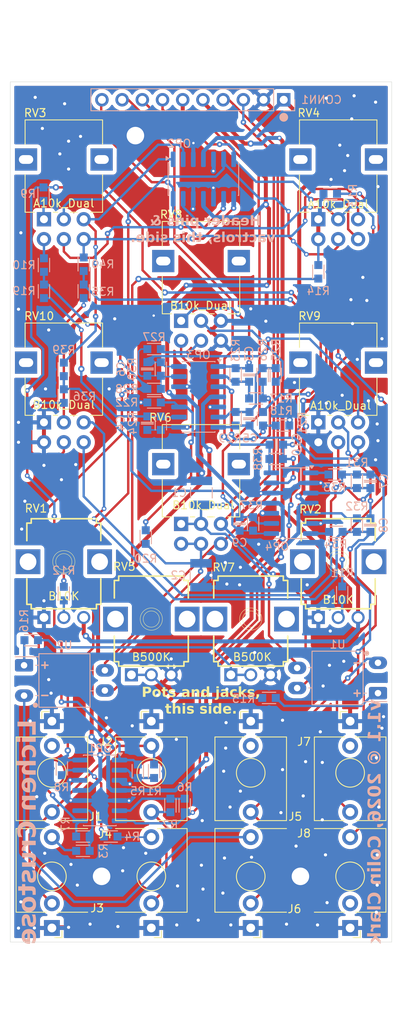
<source format=kicad_pcb>
(kicad_pcb (version 20241229) (generator "pcbnew") (generator_version "9.0")
  (title_block (title "Crustose Control Board") (date "2025-11-18") (rev "1.0") (company "Lichen Community Systems"))
  (layers (0 "F.Cu" signal) (2 "B.Cu" signal) (13 "F.Paste" user) (15 "B.Paste" user) (5 "F.SilkS" user "F.Silkscreen") (7 "B.SilkS" user "B.Silkscreen") (1 "F.Mask" user) (3 "B.Mask" user) (25 "Edge.Cuts" user))
  (net 0 "")
  (net 1 "GND")
  (net 2 "-2.5V")
  (net 3 "-12V")
  (net 4 "+12V")
  (net 5 "/Crossfaders/FILTER_OUT_L")
  (net 6 "/Crossfaders/FILTER_OUT_R")
  (net 7 "Net-(OP3B--)")
  (net 8 "/Crossfaders/XFADE_OUT_L")
  (net 9 "Net-(OP3A--)")
  (net 10 "Net-(OP3C--)")
  (net 12 "/Crossfaders/XFADE_OUT_R")
  (net 13 "Net-(OP3D--)")
  (net 14 "/OUTPUT_FEEDBACK_L")
  (net 15 "Net-(C3-Pad2)")
  (net 16 "PROGRAM_UNBUFFERED_L")
  (net 17 "/OUTPUT_FEEDBACK_R")
  (net 18 "Net-(OP1C--)")
  (net 19 "CARRIER_UNBUFFERED_L")
  (net 20 "PROGRAM_UNBUFFERED_R")
  (net 21 "CARRIER_UNBUFFERED_R")
  (net 22 "Net-(OP1D--)")
  (net 23 "Net-(OP1A--)")
  (net 25 "Net-(OP1B--)")
  (net 26 "/CONNECTOR_RM_L")
  (net 27 "Net-(C4-Pad2)")
  (net 28 "Net-(U2--)")
  (net 29 "/CARRIER_CONNECTOR_R")
  (net 30 "/CARRER_CONNECTOR_L")
  (net 31 "/PROGRAM_CONNECTOR_R")
  (net 32 "/Amplifiers/CARRIER_IN_R")
  (net 33 "/Amplifiers/CARRIER_IN_L")
  (net 34 "/Filters Sheet/CUTOFF_CV_L")
  (net 35 "/Filters Sheet/CUTOFF_CV_R")
  (net 36 "/PROGRAM_L_XFADE")
  (net 37 "Net-(OP3C-+)")
  (net 38 "Net-(OP3A-+)")
  (net 39 "Net-(OP4-Pad7)")
  (net 40 "Net-(OP4-Pad1)")
  (net 41 "Net-(U1--)")
  (net 42 "/PROGRAM_R_XFADE")
  (net 43 "Net-(OP4C--)")
  (net 44 "Net-(OP4D--)")
  (net 45 "Net-(R25-Pad1)")
  (net 46 "Net-(R27-Pad1)")
  (net 49 "/Amplifiers/CARRIER_AMPLIFICATION_L")
  (net 50 "/Amplifiers/CARRER_AMPLIFICATION_R")
  (net 51 "/Filters Sheet/CUTOFF_CV_ATTEN_L")
  (net 52 "/Filters Sheet/CUTOFF_CV_ATTEN_R")
  (net 53 "/Amplifiers/PROGRAM_UNAMPLIFIED_L")
  (net 54 "/Amplifiers/PROGRAM_AMPLIFICATION_L")
  (net 55 "/Amplifiers/PROGRAM_AMPLIFICATION_R")
  (net 56 "/Amplifiers/PROGRAM_UNAMPLIFIED_R")
  (net 57 "/Amplifiers/FEEDBACK_MIX_L")
  (net 58 "/Amplifiers/FEEDBACK_MIX_R")
  (net 59 "/Amplifiers/PROGRAM_AMPLIFIED_L")
  (net 60 "/Amplifiers/PROGRAM_AMPLIFIED_R")
  (net 61 "/Amplifiers/CARRIER_UNAMPLIFIED_L")
  (net 62 "/OutputAttenuators/XFADE_OUT_UNATTENUATED_L")
  (net 63 "/OutputAttenuators/XFADE_OUT_UNATTENUATED_R")
  (net 64 "/PROGRAM_CONNECTOR_L")
  (net 65 "/CONNECTOR_RM_R")
  (net 66 "Net-(R11-Pad1)")
  (net 67 "Net-(R12-Pad1)")
  (footprint "Lichen:Potentiometer_Alpha_RD901_Eurorack" (layer "F.Cu") (at 119 177.7)
    (property "Reference" "RV5")
    (property "Value" "B500K")
  )
  (footprint "Lichen:Potentiometer_Alpha_RD902F-40-00D_Dual_Vertical" (layer "F.Cu") (at 125.25 132.75)
    (property "Reference" "RV8")
    (property "Value" "B10k_Dual")
  )
  (footprint "Lichen:Audio_Jack_Thonkiconn_Mono" (layer "F.Cu") (at 144 210 180)
    (property "Reference" "J8")
    (property "Value" "Thonkiconn_Mono_Audio_Jack" (hide yes))
  )
  (footprint "Lichen:Audio_Jack_Thonkiconn_Mono" (layer "F.Cu") (at 106.5 210 180)
    (property "Reference" "J3")
    (property "Value" "Thonkiconn_Mono_Audio_Jack" (hide yes))
  )
  (footprint "Lichen:Potentiometer_Alpha_RD902F-40-00D_Dual_Vertical" (layer "F.Cu") (at 142.5 120)
    (property "Reference" "RV4")
    (property "Value" "A10k_Dual")
  )
  (footprint "Lichen:Potentiometer_Alpha_RD901_Eurorack" (layer "F.Cu") (at 142.5 170.5)
    (property "Reference" "RV2")
    (property "Value" "B10K")
  )
  (footprint "Lichen:Potentiometer_Alpha_RD902F-40-00D_Dual_Vertical" (layer "F.Cu") (at 108 145.5)
    (property "Reference" "RV10")
    (property "Value" "B10k_Dual")
  )
  (footprint "Lichen:Audio_Jack_Thonkiconn_Mono" (layer "F.Cu") (at 119 197)
    (property "Reference" "J2")
    (property "Value" "Thonkiconn_Mono_Audio_Jack" (hide yes))
  )
  (footprint "Lichen:Potentiometer_Alpha_RD902F-40-00D_Dual_Vertical" (layer "F.Cu") (at 125.25 158.25)
    (property "Reference" "RV6")
    (property "Value" "B10k_Dual")
  )
  (footprint "Lichen:Audio_Jack_Thonkiconn_Mono" (layer "F.Cu") (at 106.5 197)
    (property "Reference" "J1")
    (property "Value" "Thonkiconn_Mono_Audio_Jack" (hide yes))
  )
  (footprint "Lichen:Audio_Jack_Thonkiconn_Mono" (layer "F.Cu") (at 131.5 210 180)
    (property "Reference" "J6")
    (property "Value" "Thonkiconn_Mono_Audio_Jack" (hide yes))
  )
  (footprint "Lichen:Potentiometer_Alpha_RD902F-40-00D_Dual_Vertical" (layer "F.Cu") (at 108 120)
    (property "Reference" "RV3")
    (property "Value" "A10k_Dual")
  )
  (footprint "Lichen:Potentiometer_Alpha_RD902F-40-00D_Dual_Vertical" (layer "F.Cu") (at 142.5 145.5)
    (property "Reference" "RV9")
    (property "Value" "A10k_Dual")
  )
  (footprint "Lichen:Audio_Jack_Thonkiconn_Mono" (layer "F.Cu") (at 131.5 197)
    (property "Reference" "J5")
    (property "Value" "Thonkiconn_Mono_Audio_Jack" (hide yes))
  )
  (footprint "Lichen:Audio_Jack_Thonkiconn_Mono" (layer "F.Cu") (at 119 210 180)
    (property "Reference" "J4")
    (property "Value" "Thonkiconn_Mono_Audio_Jack" (hide yes))
  )
  (footprint "Lichen:Potentiometer_Alpha_RD901_Eurorack" (layer "F.Cu") (at 131.5 177.7)
    (property "Reference" "RV7")
    (property "Value" "B500K")
  )
  (footprint "MountingHole:MountingHole_2.2mm_M2_Pad" (layer "F.Cu") (at 117 117)
    (property "Reference" "H3" (hide yes))
    (property "Value" "MountingHole_Pad" (hide yes))
  )
  (footprint "Lichen:Audio_Jack_Thonkiconn_Mono" (layer "F.Cu") (at 144 197)
    (property "Reference" "J7")
    (property "Value" "Thonkiconn_Mono_Audio_Jack" (hide yes))
  )
  (footprint "Lichen:Potentiometer_Alpha_RD901_Eurorack" (layer "F.Cu") (at 108 170.5)
    (property "Reference" "RV1")
    (property "Value" "B10K")
  )
  (footprint "Lichen:C_0603" (layer "B.Cu") (at 134.725 155.8 180)
    (property "Reference" "C10")
    (property "Value" "330pF C0G" (hide yes))
  )
  (footprint "Package_SO:SOIC-14_3.9x8.7mm_P1.27mm" (layer "B.Cu") (at 124.95 149.8 180)
    (property "Reference" "OP3")
    (property "Value" "TL074" (hide yes))
  )
  (footprint "Lichen:R_0603" (layer "B.Cu") (at 134.65 147.05 90)
    (property "Reference" "R25")
    (property "Value" "100k_0603" (hide yes))
  )
  (footprint "Lichen:R_0603" (layer "B.Cu") (at 133.8 187.6)
    (property "Reference" "R15")
    (property "Value" "1k_0603" (hide yes))
  )
  (footprint "Lichen:C_0603" (layer "B.Cu") (at 118.5 146.3 90)
    (property "Reference" "C6")
    (property "Value" "33pF_C0G_0603_50V" (hide yes))
  )
  (footprint "Lichen:C_0603" (layer "B.Cu") (at 130.1 165.75 -90)
    (property "Reference" "C9")
    (property "Value" "330pF C0G" (hide yes))
  )
  (footprint "Lichen:R_0603" (layer "B.Cu") (at 133.05 152.55 -90)
    (property "Reference" "R18")
    (property "Value" "100k_0603" (hide yes))
  )
  (footprint "Lichen:R_0603" (layer "B.Cu") (at 123.2 201.1 -90)
    (property "Reference" "R6")
    (property "Value" "100k_0603" (hide yes))
  )
  (footprint "Lichen:R_0603" (layer "B.Cu") (at 107.75 196.45 90)
    (property "Reference" "R8")
    (property "Value" "100k_0603" (hide yes))
  )
  (footprint "Lichen:R_0603" (layer "B.Cu") (at 108 149.7 90)
    (property "Reference" "R36")
    (property "Value" "10k_0603" (hide yes))
  )
  (footprint "Lichen:NSL-32" (layer "B.Cu") (at 147.5 187 180)
    (property "Reference" "U1")
    (property "Value" "NSL-32SR3")
  )
  (footprint "Lichen:R_0603" (layer "B.Cu") (at 133 147.05 90)
    (property "Reference" "R26")
    (property "Value" "100k_0603" (hide yes))
  )
  (footprint "Lichen:C_1210" (layer "B.Cu") (at 125.25 172.2 -90)
    (property "Reference" "C2")
    (property "Value" "100nF Film" (hide yes))
  )
  (footprint "Lichen:R_0603" (layer "B.Cu") (at 140 134.1 90)
    (property "Reference" "R14")
    (property "Value" "5.1k_0603" (hide yes))
  )
  (footprint "Lichen:R_0603" (layer "B.Cu") (at 110.4 205 180)
    (property "Reference" "R7")
    (property "Value" "100k_0603" (hide yes))
  )
  (footprint "Lichen:R_0603" (layer "B.Cu") (at 110.5 133.15 -90)
    (property "Reference" "R40")
    (property "Value" "10k_0603" (hide yes))
  )
  (footprint "Lichen:R_0603" (layer "B.Cu") (at 110.4 206.8)
    (property "Reference" "R3")
    (property "Value" "100k_0603" (hide yes))
  )
  (footprint "Lichen:C_0603" (layer "B.Cu") (at 118.5 153.1 -90)
    (property "Reference" "C4")
    (property "Value" "33pF_C0G_0603_50V" (hide yes))
  )
  (footprint "Lichen:R_0603" (layer "B.Cu") (at 110.5 136.55 90)
    (property "Reference" "R35")
    (property "Value" "10k_0603" (hide yes))
  )
  (footprint "Lichen:C_0603" (layer "B.Cu") (at 146.55 160.4 90)
    (property "Reference" "C7")
    (property "Value" "330pF C0G" (hide yes))
  )
  (footprint "Lichen:R_0603" (layer "B.Cu") (at 113.9 205 180)
    (property "Reference" "R4")
    (property "Value" "100k_0603" (hide yes))
  )
  (footprint "Package_SO:SOIC-14_3.9x8.7mm_P1.27mm" (layer "B.Cu") (at 136.575 163.15 180)
    (property "Reference" "OP4")
    (property "Value" "TL074")
  )
  (footprint "Lichen:R_0603" (layer "B.Cu") (at 120.2 153.1 -90)
    (property "Reference" "R24")
    (property "Value" "100k_0603" (hide yes))
  )
  (footprint "Lichen:R_0603" (layer "B.Cu") (at 142.2 166.75)
    (property "Reference" "R34")
    (property "Value" "1k_0603" (hide yes))
  )
  (footprint "Lichen:R_0603" (layer "B.Cu") (at 144.85 160.4 90)
    (property "Reference" "R31")
    (property "Value" "10k_0603" (hide yes))
  )
  (footprint "Lichen:R_0603" (layer "B.Cu") (at 129.6 147.05 90)
    (property "Reference" "R23")
    (property "Value" "100k_0603" (hide yes))
  )
  (footprint "Lichen:R_0603" (layer "B.Cu") (at 103.9 180.35 180)
    (property "Reference" "R16")
    (property "Value" "1k_0603" (hide yes))
  )
  (footprint "Lichen:R_0603" (layer "B.Cu") (at 105.45 124.35 -90)
    (property "Reference" "R9")
    (property "Value" "5.1k_0603" (hide yes))
  )
  (footprint "Lichen:NSL-32" (layer "B.Cu") (at 103 183.5)
    (property "Reference" "U2")
    (property "Value" "NS-32SR2")
  )
  (footprint "Lichen:R_0603" (layer "B.Cu") (at 118.3 167.4 90)
    (property "Reference" "R20")
    (property "Value" "100k_0603" (hide yes))
  )
  (footprint "Lichen:R_0603" (layer "B.Cu") (at 120.2 146.3 90)
    (property "Reference" "R30")
    (property "Value" "100k_0603" (hide yes))
  )
  (footprint "MountingHole:MountingHole_2.2mm_M2_Pad" (layer "B.Cu") (at 137.75 210 180)
    (property "Reference" "H2" (hide yes))
    (property "Value" "MountingHole_Pad" (hide yes))
  )
  (footprint "Package_SO:SOIC-14_3.9x8.7mm_P1.27mm" (layer "B.Cu") (at 112.525 199.21 180)
    (property "Reference" "OP1")
    (property "Value" "TL074" (hide yes))
  )
  (footprint "Lichen:C_1210" (layer "B.Cu") (at 125.3 161.85 90)
    (property "Reference" "C1")
    (property "Value" "100nF Film" (hide yes))
  )
  (footprint "Lichen:C_0603" (layer "B.Cu") (at 131.3 147.05 90)
    (property "Reference" "C3")
    (property "Value" "33pF_C0G_0603_50V" (hide yes))
  )
  (footprint "Lichen:R_0603" (layer "B.Cu") (at 119.35 148.8)
    (property "Reference" "R28")
    (property "Value" "100k_0603" (hide yes))
  )
  (footprint "Lichen:R_0603" (layer "B.Cu") (at 141.5 124.3 180)
    (property "Reference" "R13")
    (property "Value" "5.1k_0603" (hide yes))
  )
  (footprint "Lichen:R_0603" (layer "B.Cu") (at 105.5 136.55 -90)
    (property "Reference" "R19")
    (property "Value" "100k_0603" (hide yes))
  )
  (footprint "Lichen:R_0603" (layer "B.Cu") (at 142.125 159.55)
    (property "Reference" "R33")
    (property "Value" "1k_0603" (hide yes))
  )
  (footprint "Lichen:R_0603" (layer "B.Cu") (at 134.7 157.6 180)
    (property "Reference" "R38")
    (property "Value" "10k_0603" (hide yes))
  )
  (footprint "Lichen:R_0603" (layer "B.Cu") (at 108 174.5 90)
    (property "Reference" "R12")
    (property "Value" "10k_0603" (hide yes))
  )
  (footprint "Lichen:C_0603" (layer "B.Cu") (at 131.35 152.55 -90)
    (property "Reference" "C5")
    (property "Value" "33pF_C0G_0603_50V" (hide yes))
  )
  (footprint "Lichen:R_0603" (layer "B.Cu") (at 129.6 152.55 -90)
    (property "Reference" "R29")
    (property "Value" "100k_0603" (hide yes))
  )
  (footprint "Package_SO:SOIC-14_3.9x8.7mm_P1.27mm" (layer "B.Cu") (at 125.55 122.45 -90)
    (property "Reference" "OP2")
    (property "Value" "TL074" (hide yes))
  )
  (footprint "MountingHole:MountingHole_2.2mm_M2_Pad" (layer "B.Cu") (at 112.75 210 180)
    (property "Reference" "H1" (hide yes))
    (property "Value" "MountingHole_Pad" (hide yes))
  )
  (footprint "Lichen:C_0603" (layer "B.Cu") (at 146.55 165.9 90)
    (property "Reference" "C8")
    (property "Value" "330pF C0G" (hide yes))
  )
  (footprint "Lichen:R_0603" (layer "B.Cu") (at 121.4 201.1 90)
    (property "Reference" "R2")
    (property "Value" "100k_0603" (hide yes))
  )
  (footprint "Lichen:R_0603" (layer "B.Cu") (at 131.8 165.75 -90)
    (property "Reference" "R37")
    (property "Value" "10k_0603" (hide yes))
  )
  (footprint "Lichen:R_0603" (layer "B.Cu") (at 144.85 165.9 -90)
    (property "Reference" "R32")
    (property "Value" "10k_0603" (hide yes))
  )
  (footprint "Connector_PinHeader_2.54mm:PinHeader_1x10_P2.54mm_Vertical" (layer "B.Cu") (at 135.65 112.5 90)
    (property "Reference" "CONN1")
    (property "Value" "1x10_Pin" (hide yes))
  )
  (footprint "Lichen:R_0603" (layer "B.Cu") (at 108 146.35 -90)
    (property "Reference" "R39")
    (property "Value" "10k_0603" (hide yes))
  )
  (footprint "Lichen:R_0603" (layer "B.Cu") (at 119.35 150.5)
    (property "Reference" "R22")
    (property "Value" "100k_0603" (hide yes))
  )
  (footprint "Lichen:R_0603" (layer "B.Cu") (at 117.3 196.8 90)
    (property "Reference" "R5")
    (property "Value" "100k_0603" (hide yes))
  )
  (footprint "Lichen:R_0603" (layer "B.Cu") (at 132.15 150 180)
    (property "Reference" "R17")
    (property "Value" "100k_0603" (hide yes))
  )
  (footprint "Lichen:R_0603" (layer "B.Cu") (at 105.5 133.25 90)
    (property "Reference" "R10")
    (property "Value" "5.1k_0603" (hide yes))
  )
  (footprint "Lichen:R_0603" (layer "B.Cu") (at 135.5 153.4 180)
    (property "Reference" "R21")
    (property "Value" "100k_0603" (hide yes))
  )
  (footprint "Lichen:R_0603" (layer "B.Cu") (at 119.35 143.8 180)
    (property "Reference" "R27")
    (property "Value" "100k_0603" (hide yes))
  )
  (footprint "Lichen:R_0603" (layer "B.Cu") (at 143 174.45 90)
    (property "Reference" "R11")
    (property "Value" "10k_0603" (hide yes))
  )
  (footprint "Lichen:R_0603" (layer "B.Cu") (at 119.35 196.8 -90)
    (property "Reference" "R1")
    (property "Value" "100k_0603" (hide yes))
  )
  (gr_circle (center 135.65 114.7) (end 136.15 114.7) (stroke (width 0.1)) (fill yes) (layer "B.SilkS"))
  (gr_rect (start 101.27 110.25) (end 149.23 218.25) (stroke (width 0.05)) (fill no) (layer "Edge.Cuts"))
  (gr_text "Pots and jacks,\nthis side." (at 125.25 188 0) (layer "F.SilkS") (effects (font (size 1.25 1.25) (thickness 0.2) (bold yes))))
  (gr_text "Lichen Crustose" (at 104.85 204.45 90) (layer "B.SilkS") (effects (font (size 2.25 2.25) (thickness 0.3) (bold yes)) (justify bottom mirror)))
  (gr_text "v1.1 © 2026, Colin Clark" (at 148.1 203.1 90) (layer "B.SilkS") (effects (font (size 1.6 1.6) (thickness 0.3) (bold yes)) (justify bottom mirror)))
  (gr_text "Header pins & \nvactrols, this side." (at 125.5 128.8 0) (layer "B.SilkS") (effects (font (size 1.25 1.25) (thickness 0.25) (bold yes)) (justify mirror)))
  (segment (start 140 153) (end 140 155.5) (width 0.5) (layer "F.Cu") (net 1))
  (segment (start 104.3 216.48) (end 106.5 216.48) (width 0.5) (layer "F.Cu") (net 1))
  (segment (start 146.3 149.9) (end 146 149.6) (width 0.5) (layer "F.Cu") (net 1))
  (segment (start 105.5 155.5) (end 105.5 153) (width 0.5) (layer "F.Cu") (net 1))
  (segment (start 106.58 216.4) (end 106.5 216.48) (width 0.5) (layer "F.Cu") (net 1))
  (segment (start 108.6 216.4) (end 106.58 216.4) (width 0.5) (layer "F.Cu") (net 1))
  (segment (start 146 149.6) (end 143 149.6) (width 0.5) (layer "F.Cu") (net 1))
  (segment (start 140 151.6) (end 141 150.6) (width 0.5) (layer "F.Cu") (net 1))
  (segment (start 140 153) (end 140 151.6) (width 0.5) (layer "F.Cu") (net 1))
  (segment (start 146.3 150.3) (end 146.3 149.9) (width 0.5) (layer "F.Cu") (net 1))
  (via (at 147.2 112.8) (size 0.8) (drill 0.4) (layers "F.Cu" "B.Cu") (net 1))
  (via (at 111.3 216) (size 0.8) (drill 0.4) (layers "F.Cu" "B.Cu") (net 1))
  (via (at 143.7 119.5) (size 0.8) (drill 0.4) (layers "F.Cu" "B.Cu") (net 1))
  (via (at 146.1 137.7) (size 0.8) (drill 0.4) (layers "F.Cu" "B.Cu") (net 1))
  (via (at 119.3 139.6) (size 0.6) (drill 0.3) (layers "F.Cu" "B.Cu") (net 1))
  (via (at 126.4 151.07) (size 0.6) (drill 0.3) (layers "F.Cu" "B.Cu") (net 1))
  (via (at 147.5 155.3) (size 0.8) (drill 0.4) (layers "F.Cu" "B.Cu") (net 1))
  (via (at 125.3 208.6) (size 0.8) (drill 0.4) (layers "F.Cu" "B.Cu") (net 1))
  (via (at 122.3 211.2) (size 0.8) (drill 0.4) (layers "F.Cu" "B.Cu") (net 1))
  (via (at 144.9 145.1) (size 0.8) (drill 0.4) (layers "F.Cu" "B.Cu") (net 1))
  (via (at 102.3 216.5) (size 0.8) (drill 0.4) (layers "F.Cu" "B.Cu") (net 1))
  (via (at 128.35 193.9) (size 0.8) (drill 0.4) (layers "F.Cu" "B.Cu") (net 1))
  (via (at 123.5 148.5) (size 0.6) (drill 0.3) (layers "F.Cu" "B.Cu") (net 1))
  (via (at 148.2 189.95) (size 0.8) (drill 0.4) (layers "F.Cu" "B.Cu") (net 1))
  (via (at 128 212.1) (size 0.8) (drill 0.4) (layers "F.Cu" "B.Cu") (net 1))
  (via (at 147.4 153.2) (size 0.8) (drill 0.4) (layers "F.Cu" "B.Cu") (net 1))
  (via (at 147.5 123.4) (size 0.8) (drill 0.4) (layers "F.Cu" "B.Cu") (net 1))
  (via (at 135.5 196.6) (size 0.8) (drill 0.4) (layers "F.Cu" "B.Cu") (net 1))
  (via (at 143 149.6) (size 0.8) (drill 0.4) (layers "F.Cu" "B.Cu") (net 1))
  (via (at 124.25 126.2) (size 0.7) (drill 0.3) (layers "F.Cu" "B.Cu") (net 1))
  (via (at 144.3 140.6) (size 0.8) (drill 0.4) (layers "F.Cu" "B.Cu") (net 1))
  (via (at 147.3 214.5) (size 0.8) (drill 0.4) (layers "F.Cu" "B.Cu") (net 1))
  (via (at 121.5 182.7) (size 0.8) (drill 0.4) (layers "F.Cu" "B.Cu") (net 1))
  (via (at 136.4 152.7) (size 0.8) (drill 0.4) (layers "F.Cu" "B.Cu") (net 1))
  (via (at 132.5 168.3) (size 0.8) (drill 0.4) (layers "F.Cu" "B.Cu") (net 1))
  (via (at 102.7 166.4) (size 0.8) (drill 0.4) (layers "F.Cu" "B.Cu") (net 1))
  (via (at 140.3 165.7) (size 0.6) (drill 0.3) (layers "F.Cu" "B.Cu") (net 1))
  (via (at 108.1 113) (size 0.8) (drill 0.4) (layers "F.Cu" "B.Cu") (net 1))
  (via (at 104.4 112.2) (size 0.8) (drill 0.4) (layers "F.Cu" "B.Cu") (net 1))
  (via (at 105.6 207.1) (size 0.8) (drill 0.4) (layers "F.Cu" "B.Cu") (net 1))
  (via (at 138.1 199.9) (size 0.8) (drill 0.4) (layers "F.Cu" "B.Cu") (net 1))
  (via (at 128.5 173.3) (size 0.8) (drill 0.4) (layers "F.Cu" "B.Cu") (net 1))
  (via (at 117.7 150.5) (size 0.6) (drill 0.3) (layers "F.Cu" "B.Cu") (net 1))
  (via (at 116.6 191.1) (size 0.8) (drill 0.4) (layers "F.Cu" "B.Cu") (net 1))
  (via (at 133.4 140.3) (size 0.8) (drill 0.4) (layers "F.Cu" "B.Cu") (net 1))
  (via (at 147.3 195.1) (size 0.8) (drill 0.4) (layers "F.Cu" "B.Cu") (net 1))
  (via (at 124.294975 117.935025) (size 0.7) (drill 0.3) (layers "F.Cu" "B.Cu") (net 1))
  (via (at 142.7 118.2) (size 0.8) (drill 0.4) (layers "F.Cu" "B.Cu") (net 1))
  (via (at 145.6 134.8) (size 0.8) (drill 0.4) (layers "F.Cu" "B.Cu") (net 1))
  (via (at 140.6 186.1) (size 0.8) (drill 0.4) (layers "F.Cu" "B.Cu") (net 1))
  (via (at 130.1 173.4) (size 0.8) (drill 0.4) (layers "F.Cu" "B.Cu") (net 1))
  (via (at 140.3 160.6) (size 0.6) (drill 0.3) (layers "F.Cu" "B.Cu") (net 1))
  (via (at 141 112.3) (size 0.8) (drill 0.4) (layers "F.Cu" "B.Cu") (net 1))
  (via (at 108.8 197.9) (size 0.6) (drill 0.3) (layers "F.Cu" "B.Cu") (net 1))
  (via (at 136 216) (size 0.8) (drill 0.4) (layers "F.Cu" "B.Cu") (net 1))
  (via (at 105.5 175.4) (size 0.8) (drill 0.4) (layers "F.Cu" "B.Cu") (net 1))
  (via (at 126.5 172.2) (size 0.8) (drill 0.4) (layers "F.Cu" "B.Cu") (net 1))
  (via (at 141.4 183.5) (size 0.8) (drill 0.4) (layers "F.Cu" "B.Cu") (net 1))
  (via (at 137 148) (size 0.8) (drill 0.4) (layers "F.Cu" "B.Cu") (net 1))
  (via (at 141.5 179.2) (size 0.8) (drill 0.4) (layers "F.Cu" "B.Cu") (net 1))
  (via (at 113.7 148.8) (size 0.8) (drill 0.4) (layers "F.Cu" "B.Cu") (net 1))
  (via (at 128.4 190.7) (size 0.8) (drill 0.4) (layers "F.Cu" "B.Cu") (net 1))
  (via (at 129 216.1) (size 0.8) (drill 0.4) (layers "F.Cu" "B.Cu") (net 1))
  (via (at 102.3 138.8) (size 0.8) (drill 0.4) (layers "F.Cu" "B.Cu") (net 1))
  (via (at 148 142.5) (size 0.8) (drill 0.4) (layers "F.Cu" "B.Cu") (net 1))
  (via (at 114.4 140) (size 0.8) (drill 0.4) (layers "F.Cu" "B.Cu") (net 1))
  (via (at 132 181.9) (size 0.8) (drill 0.4) (layers "F.Cu" "B.Cu") (net 1))
  (via (at 124.9 215.5) (size 0.8) (drill 0.4) (layers "F.Cu" "B.Cu") (net 1))
  (via (at 116.3 198.4) (size 0.6) (drill 0.3) (layers "F.Cu" "B.Cu") (net 1))
  (via (at 144.2 114.9) (size 0.8) (drill 0.4) (layers "F.Cu" "B.Cu") (net 1))
  (via (at 141 150.6) (size 0.8) (drill 0.4) (layers "F.Cu" "B.Cu") (net 1))
  (via (at 108.6 121.2) (size 0.8) (drill 0.4) (layers "F.Cu" "B.Cu") (net 1))
  (via (at 103.77 190.5) (size 0.8) (drill 0.4) (layers "F.Cu" "B.Cu") (net 1))
  (via (at 132.8 161.9) (size 0.6) (drill 0.3) (layers "F.Cu" "B.Cu") (net 1))
  (via (at 118.3 207.1) (size 0.8) (drill 0.4) (layers "F.Cu" "B.Cu") (net 1))
  (via (at 123.4 138.241877) (size 0.6) (drill 0.3) (layers "F.Cu" "B.Cu") (net 1))
  (via (at 113.35 190.1) (size 0.8) (drill 0.4) (layers "F.Cu" "B.Cu") (net 1))
  (via (at 107.5 119.3) (size 0.8) (drill 0.4) (layers "F.Cu" "B.Cu") (net 1))
  (via (at 102.3 155.5) (size 0.8) (drill 0.4) (layers "F.Cu" "B.Cu") (net 1))
  (via (at 109.7 211.1) (size 0.8) (drill 0.4) (layers "F.Cu" "B.Cu") (net 1))
  (via (at 131.5 138.75) (size 0.8) (drill 0.4) (layers "F.Cu" "B.Cu") (net 1))
  (via (at 104.3 216.48) (size 0.8) (drill 0.4) (layers "F.Cu" "B.Cu") (net 1))
  (via (at 107.7 160.2) (size 0.8) (drill 0.4) (layers "F.Cu" "B.Cu") (net 1))
  (via (at 126.8 123.55) (size 0.7) (drill 0.3) (layers "F.Cu" "B.Cu") (net 1))
  (via (at 147.6 201.3) (size 0.8) (drill 0.4) (layers "F.Cu" "B.Cu") (net 1))
  (via (at 115.4 209.3) (size 0.8) (drill 0.4) (layers "F.Cu" "B.Cu") (net 1))
  (via (at 140.9 207.3) (size 0.8) (drill 0.4) (layers "F.Cu" "B.Cu") (net 1))
  (via (at 106.4 187) (size 0.8) (drill 0.4) (layers "F.Cu" "B.Cu") (net 1))
  (via (at 106.1 141.4) (size 0.8) (drill 0.4) (layers "F.Cu" "B.Cu") (net 1))
  (via (at 147.4 211.1) (size 0.8) (drill 0.4) (layers "F.Cu" "B.Cu") (net 1))
  (via (at 122.15 192.8) (size 0.8) (drill 0.4) (layers "F.Cu" "B.Cu") (net 1))
  (via (at 110.1 117.1) (size 0.8) (drill 0.4) (layers "F.Cu" "B.Cu") (net 1))
  (via (at 141.35 174.9) (size 0.8) (drill 0.4) (layers "F.Cu" "B.Cu") (net 1))
  (via (at 108.6 216.4) (size 0.8) (drill 0.4) (layers "F.Cu" "B.Cu") (net 1))
  (via (at 115.5 206.4) (size 0.8) (drill 0.4) (layers "F.Cu" "B.Cu") (net 1))
  (via (at 141.6 122.5) (size 0.8) (drill 0.4) (layers "F.Cu" "B.Cu") (net 1))
  (via (at 143.2 183) (size 0.8) (drill 0.4) (layers "F.Cu" "B.Cu") (net 1))
  (via (at 137.2 206.2) (size 0.8) (drill 0.4) (layers "F.Cu" "B.Cu") (net 1))
  (via (at 128.1 196.8) (size 0.8) (drill 0.4) (layers "F.Cu" "B.Cu") (net 1))
  (via (at 147.4 207.3) (size 0.8) (drill 0.4) (layers "F.Cu" "B.Cu") (net 1))
  (via (at 109.5 158.3) (size 0.8) (drill 0.4) (layers "F.Cu" "B.Cu") (net 1))
  (via (at 106.1 185.3) (size 0.8) (drill 0.4) (layers "F.Cu" "B.Cu") (net 1))
  (via (at 126.8 121.45) (size 0.7) (drill 0.3) (layers "F.Cu" "B.Cu") (net 1))
  (via (at 144.1 137.6) (size 0.8) (drill 0.4) (layers "F.Cu" "B.Cu") (net 1))
  (via (at 102.6 213.2) (size 0.8) (drill 0.4) (layers "F.Cu" "B.Cu") (net 1))
  (via (at 114.8 216.3) (size 0.8) (drill 0.4) (layers "F.Cu" "B.Cu") (net 1))
  (via (at 147.2 157.7) (size 0.8) (drill 0.4) (layers "F.Cu" "B.Cu") (net 1))
  (via (at 108.6 117.7) (size 0.8) (drill 0.4) (layers "F.Cu" "B.Cu") (net 1))
  (via (at 130.2 171.2) (size 0.8) (drill 0.4) (layers "F.Cu" "B.Cu") (net 1))
  (via (at 128.5 186.5) (size 0.8) (drill 0.4) (layers "F.Cu" "B.Cu") (net 1))
  (via (at 128.9 201.3) (size 0.8) (drill 0.4) (layers "F.Cu" "B.Cu") (net 1))
  (via (at 122.2 216.1) (size 0.8) (drill 0.4) (layers "F.Cu" "B.Cu") (net 1))
  (via (at 108.86962 200.46962) (size 0.6) (drill 0.3) (layers "F.Cu" "B.Cu") (net 1))
  (via (at 133 164.4) (size 0.8) (drill 0.4) (layers "F.Cu" "B.Cu") (net 1))
  (via (at 105.7 148.8) (size 0.8) (drill 0.4) (layers "F.Cu" "B.Cu") (net 1))
  (via (at 105.3 116.1) (size 0.8) (drill 0.4) (layers "F.Cu" "B.Cu") (net 1))
  (via (at 125.35 159.4) (size 0.8) (drill 0.4) (layers "F.Cu" "B.Cu") (net 1))
  (via (at 128.3 170.6) (size 0.8) (drill 0.4) (layers "F.Cu" "B.Cu") (net 1))
  (via (at 116.2 200.5) (size 0.7) (drill 0.3) (layers "F.Cu" "B.Cu") (net 1))
  (via (at 139.9 216.1) (size 0.8) (drill 0.4) (layers "F.Cu" "B.Cu") (net 1))
  (via (at 108.9 208.5) (size 0.8) (drill 0.4) (layers "F.Cu" "B.Cu") (net 1))
  (via (at 103.1 162.9) (size 0.8) (drill 0.4) (layers "F.Cu" "B.Cu") (net 1))
  (via (at 144.5 112) (size 0.8) (drill 0.4) (layers "F.Cu" "B.Cu") (net 1))
  (via (at 138.4 195.6) (size 0.8) (drill 0.4) (layers "F.Cu" "B.Cu") (net 1))
  (via (at 148 191.4) (size 0.8) (drill 0.4) (layers "F.Cu" "B.Cu") (net 1))
  (via (at 131.6 207.6) (size 0.8) (drill 0.4) (layers "F.Cu" "B.Cu") (net 1))
  (via (at 146.3 150.3) (size 0.8) (drill 0.4) (layers "F.Cu" "B.Cu") (net 1))
  (via (at 119.8 187.25) (size 0.8) (drill 0.4) (layers "F.Cu" "B.Cu") (net 1))
  (via (at 135.3 202) (size 0.8) (drill 0.4) (layers "F.Cu" "B.Cu") (net 1))
  (via (at 140.5 202.9) (size 0.8) (drill 0.4) (layers "F.Cu" "B.Cu") (net 1))
  (via (at 125.4 203) (size 0.8) (drill 0.4) (layers "F.Cu" "B.Cu") (net 1))
  (via (at 143.3 121.4) (size 0.8) (drill 0.4) (layers "F.Cu" "B.Cu") (net 1))
  (via (at 125.5 211.6) (size 0.8) (drill 0.4) (layers "F.Cu" "B.Cu") (net 1))
  (via (at 140.25 191.85) (size 0.8) (drill 0.4) (layers "F.Cu" "B.Cu") (net 1))
  (via (at 128.2 207.7) (size 0.8) (drill 0.4) (layers "F.Cu" "B.Cu") (net 1))
  (via (at 135.5 190.4) (size 0.8) (drill 0.4) (layers "F.Cu" "B.Cu") (net 1))
  (via (at 102.6 129.2) (size 0.8) (drill 0.4) (layers "F.Cu" "B.Cu") (net 1))
  (via (at 130.2 199.3) (size 0.8) (drill 0.4) (layers "F.Cu" "B.Cu") (net 1))
  (via (at 141.1 213.3) (size 0.8) (drill 0.4) (layers "F.Cu" "B.Cu") (net 1))
  (via (at 102.3 153) (size 0.8) (drill 0.4) (layers "F.Cu" "B.Cu") (net 1))
  (via (at 138.6 173.4) (size 0.8) (drill 0.4) (layers "F.Cu" "B.Cu") (net 1))
  (via (at 105.5 158.4) (size 0.8) (drill 0.4) (layers "F.Cu" "B.Cu") (net 1))
  (via (at 140.5 195.7) (size 0.8) (drill 0.4) (layers "F.Cu" "B.Cu") (net 1))
  (via (at 104.6 200) (size 0.8) (drill 0.4) (layers "F.Cu" "B.Cu") (net 1))
  (segment (start 119.3 139.6) (end 120.658123 138.241877) (width 0.5) (layer "B.Cu") (net 1))
  (segment (start 126.8 121.45) (end 126.85 121.4) (width 0.5) (layer "B.Cu") (net 1))
  (segment (start 116.18 200.48) (end 115 200.48) (width 0.5) (layer "B.Cu") (net 1))
  (segment (start 126.5 172.2) (end 125.25 173.45) (width 0.5) (layer "B.Cu") (net 1))
  (segment (start 137.899 174.101) (end 130.801 174.101) (width 0.5) (layer "B.Cu") (net 1))
  (segment (start 104 190.5) (end 104.02 190.52) (width 0.5) (layer "B.Cu") (net 1))
  (segment (start 136.4 152.7) (end 136.4 152.751) (width 0.5) (layer "B.Cu") (net 1))
  (segment (start 143 149.6) (end 141.4 148) (width 0.5) (layer "B.Cu") (net 1))
  (segment (start 123.25 193.9) (end 128.35 193.9) (width 0.5) (layer "B.Cu") (net 1))
  (segment (start 139.06 160.6) (end 139.05 160.61) (width 0.5) (layer "B.Cu") (net 1))
  (segment (start 122.15 192.8) (end 123.25 193.9) (width 0.5) (layer "B.Cu") (net 1))
  (segment (start 139.06 165.7) (end 139.05 165.69) (width 0.5) (layer "B.Cu") (net 1))
  (segment (start 133.35 140.25) (end 127.75 140.25) (width 0.5) (layer "B.Cu") (net 1))
  (segment (start 106.52 190.5) (end 106.5 190.52) (width 0.5) (layer "B.Cu") (net 1))
  (segment (start 115.46 198.4) (end 115 197.94) (width 0.5) (layer "B.Cu") (net 1))
  (segment (start 108.84 197.94) (end 110.05 197.94) (width 0.5) (layer "B.Cu") (net 1))
  (segment (start 108.86962 200.46962) (end 109.00962 200.46962) (width 0.5) (layer "B.Cu") (net 1))
  (segment (start 108.8 197.9) (end 108.84 197.94) (width 0.5) (layer "B.Cu") (net 1))
  (segment (start 125.3 159.45) (end 125.35 159.4) (width 0.5) (layer "B.Cu") (net 1))
  (segment (start 116.6 191.1) (end 114.35 191.1) (width 0.5) (layer "B.Cu") (net 1))
  (segment (start 114.35 191.1) (end 113.35 190.1) (width 0.5) (layer "B.Cu") (net 1))
  (segment (start 140.3 165.7) (end 139.06 165.7) (width 0.5) (layer "B.Cu") (net 1))
  (segment (start 120.658123 138.241877) (end 123.4 138.241877) (width 0.5) (layer "B.Cu") (net 1))
  (segment (start 124.25 126.2) (end 124.25 124.955) (width 0.5) (layer "B.Cu") (net 1))
  (segment (start 134.1 164.42) (end 133.02 164.42) (width 0.5) (layer "B.Cu") (net 1))
  (segment (start 133.4 140.3) (end 133.35 140.25) (width 0.5) (layer "B.Cu") (net 1))
  (segment (start 133.02 164.42) (end 133 164.4) (width 0.5) (layer "B.Cu") (net 1))
  (segment (start 144 190.52) (end 147.63 190.52) (width 0.5) (layer "B.Cu") (net 1))
  (segment (start 124.25 124.955) (end 124.28 124.925) (width 0.5) (layer "B.Cu") (net 1))
  (segment (start 125.3 160.345) (end 125.3 159.45) (width 0.5) (layer "B.Cu") (net 1))
  (segment (start 118.5 150.5) (end 117.7 150.5) (width 0.5) (layer "B.Cu") (net 1))
  (segment (start 126.85 120.005) (end 126.82 119.975) (width 0.5) (layer "B.Cu") (net 1))
  (segment (start 125.25 173.45) (end 125.25 173.705) (width 0.5) (layer "B.Cu") (net 1))
  (segment (start 126.82 124.925) (end 126.82 123.57) (width 0.5) (layer "B.Cu") (net 1))
  (segment (start 104.02 190.52) (end 106.5 190.52) (width 0.5) (layer "B.Cu") (net 1))
  (segment (start 108.6 200.2) (end 108.86962 200.46962) (width 0.5) (layer "B.Cu") (net 1))
  (segment (start 103.77 190.5) (end 104 190.5) (width 0.5) (layer "B.Cu") (net 1))
  (segment (start 109.02 200.48) (end 110.05 200.48) (width 0.5) (layer "B.Cu") (net 1))
  (segment (start 126.4 151.07) (end 127.425 151.07) (width 0.5) (layer "B.Cu") (net 1))
  (segment (start 105.5 153) (end 102.3 153) (width 0.5) (layer "B.Cu") (net 1))
  (segment (start 122.505 148.5) (end 122.475 148.53) (width 0.2) (layer "B.Cu") (net 1))
  (segment (start 126.82 123.57) (end 126.8 123.55) (width 0.5) (layer "B.Cu") (net 1))
  (segment (start 136.35 152.801) (end 136.35 153.4) (width 0.5) (layer "B.Cu") (net 1))
  (segment (start 116.2 200.5) (end 116.18 200.48) (width 0.5) (layer "B.Cu") (net 1))
  (segment (start 130.801 174.101) (end 130.1 173.4) (width 0.5) (layer "B.Cu") (net 1))
  (segment (start 109.8 190.5) (end 106.52 190.5) (width 0.5) (layer "B.Cu") (net 1))
  (segment (start 132.82 161.88) (end 132.8 161.9) (width 0.5) (layer "B.Cu") (net 1))
  (segment (start 136.4 152.751) (end 136.35 152.801) (width 0.5) (layer "B.Cu") (net 1))
  (segment (start 126.85 121.4) (end 126.85 120.005) (width 0.5) (layer "B.Cu") (net 1))
  (segment (start 121.5 182.7) (end 121.5 184.7) (width 0.5) (layer "B.Cu") (net 1))
  (segment (start 141.58 190.52) (end 140.25 191.85) (width 0.5) (layer "B.Cu") (net 1))
  (segment (start 134.1 161.88) (end 132.82 161.88) (width 0.5) (layer "B.Cu") (net 1))
  (segment (start 124.28 117.95) (end 124.28 119.975) (width 0.5) (layer "B.Cu") (net 1))
  (segment (start 116.3 198.4) (end 115.46 198.4) (width 0.5) (layer "B.Cu") (net 1))
  (segment (start 138.6 173.4) (end 137.899 174.101) (width 0.5) (layer "B.Cu") (net 1))
  (segment (start 144 190.52) (end 141.58 190.52) (width 0.5) (layer "B.Cu") (net 1))
  (segment (start 123.5 148.5) (end 122.505 148.5) (width 0.2) (layer "B.Cu") (net 1))
  (segment (start 102.3 155.5) (end 105.5 155.5) (width 0.5) (layer "B.Cu") (net 1))
  (segment (start 109.00962 200.46962) (end 109.02 200.48) (width 0.5) (layer "B.Cu") (net 1))
  (segment (start 140.3 160.6) (end 139.06 160.6) (width 0.5) (layer "B.Cu") (net 1))
  (segment (start 108.6 198.1) (end 108.6 200.2) (width 0.5) (layer "B.Cu") (net 1))
  (segment (start 141.4 148) (end 137 148) (width 0.5) (layer "B.Cu") (net 1))
  (segment (start 108.8 197.9) (end 108.6 198.1) (width 0.5) (layer "B.Cu") (net 1))
  (segment (start 124.294975 117.935025) (end 124.28 117.95) (width 0.5) (layer "B.Cu") (net 1))
  (segment (start 105.5 158.4) (end 105.5 155.5) (width 0.5) (layer "B.Cu") (net 1))
  (segment (start 147.63 190.52) (end 148.2 189.95) (width 0.5) (layer "B.Cu") (net 1))
  (segment (start 125.49 112.79) (end 125.49 112.5) (width 0.5) (layer "F.Cu") (net 2))
  (segment (start 135.499 163.981) (end 145 173.482) (width 0.5) (layer "F.Cu") (net 2))
  (segment (start 135.499 117.699) (end 135.499 163.981) (width 0.5) (layer "F.Cu") (net 2))
  (segment (start 135.1 117.3) (end 135.499 117.699) (width 0.5) (layer "F.Cu") (net 2))
  (segment (start 110.5 179.55) (end 110.5 177.5) (width 0.5) (layer "F.Cu") (net 2))
  (segment (start 131.5 118) (end 130.7 118) (width 0.5) (layer "F.Cu") (net 2))
  (segment (start 130.7 118) (end 125.49 112.79) (width 0.5) (layer "F.Cu") (net 2))
  (segment (start 110.775 179.825) (end 110.5 179.55) (width 0.5) (layer "F.Cu") (net 2))
  (segment (start 145 173.482) (end 145 177.5) (width 0.5) (layer "F.Cu") (net 2))
  (via (at 131.5 118) (size 0.8) (drill 0.4) (layers "F.Cu" "B.Cu") (net 2))
  (via (at 110.775 179.825) (size 0.8) (drill 0.4) (layers "F.Cu" "B.Cu") (net 2))
  (via (at 135.1 117.3) (size 0.6) (drill 0.3) (layers "F.Cu" "B.Cu") (net 2))
  (segment (start 133.6 117.3) (end 132.9 118) (width 0.5) (layer "B.Cu") (net 2))
  (segment (start 135.1 117.3) (end 133.6 117.3) (width 0.5) (layer "B.Cu") (net 2))
  (segment (start 111.45 180.5) (end 110.775 179.825) (width 0.5) (layer "B.Cu") (net 2))
  (segment (start 145 179) (end 143.5 180.5) (width 0.5) (layer "B.Cu") (net 2))
  (segment (start 132.9 118) (end 131.5 118) (width 0.5) (layer "B.Cu") (net 2))
  (segment (start 143.5 180.5) (end 111.45 180.5) (width 0.5) (layer "B.Cu") (net 2))
  (segment (start 145 177.5) (end 145 179) (width 0.5) (layer "B.Cu") (net 2))
  (segment (start 121 149.004613) (end 121.249999 149.254612) (width 0.5) (layer "F.Cu") (net 3))
  (segment (start 123.5 112.5) (end 122.95 112.5) (width 0.5) (layer "F.Cu") (net 3))
  (segment (start 133.8 126.175) (end 133.8 135.5) (width 0.5) (layer "F.Cu") (net 3))
  (segment (start 133.028 121.528) (end 126.1 114.6) (width 0.5) (layer "F.Cu") (net 3))
  (segment (start 126.1 114.6) (end 123.6 114.6) (width 0.5) (layer "F.Cu") (net 3))
  (segment (start 121 138.2) (end 121 149.004613) (width 0.5) (layer "F.Cu") (net 3))
  (segment (start 133.4 122.3) (end 133.028 121.928) (width 0.5) (layer "F.Cu") (net 3))
  (segment (start 131.6 177.6) (end 131.6 171.5) (width 0.5) (layer "F.Cu") (net 3))
  (segment (start 133.4 125.775) (end 133.8 126.175) (width 0.5) (layer "F.Cu") (net 3))
  (segment (start 112.58812 193.01188) (end 117.398 188.202) (width 0.5) (layer "F.Cu") (net 3))
  (segment (start 123.4 135.8) (end 121 138.2) (width 0.5) (layer "F.Cu") (net 3))
  (segment (start 112.58812 194.751218) (end 112.58812 193.01188) (width 0.5) (layer "F.Cu") (net 3))
  (segment (start 122.95 113.95) (end 122.95 112.5) (width 0.5) (layer "F.Cu") (net 3))
  (segment (start 112.569669 194.769669) (end 112.58812 194.751218) (width 0.5) (layer "F.Cu") (net 3))
  (segment (start 133.028 121.928) (end 133.028 121.528) (width 0.5) (layer "F.Cu") (net 3))
  (segment (start 131.6 171.5) (end 135.526 167.574) (width 0.5) (layer "F.Cu") (net 3))
  (segment (start 133.4 125.65) (end 133.4 122.3) (width 0.5) (layer "F.Cu") (net 3))
  (segment (start 133.4 125.65) (end 133.4 125.775) (width 0.5) (layer "F.Cu") (net 3))
  (segment (start 123.6 114.6) (end 122.95 113.95) (width 0.5) (layer "F.Cu") (net 3))
  (segment (start 120.998 188.202) (end 131.6 177.6) (width 0.5) (layer "F.Cu") (net 3))
  (segment (start 117.398 188.202) (end 120.998 188.202) (width 0.5) (layer "F.Cu") (net 3))
  (segment (start 133.8 135.5) (end 133.5 135.8) (width 0.5) (layer "F.Cu") (net 3))
  (via (at 133.5 135.8) (size 0.7) (drill 0.3) (layers "F.Cu" "B.Cu") (net 3))
  (via (at 123.4 135.8) (size 0.7) (drill 0.3) (layers "F.Cu" "B.Cu") (net 3))
  (via (at 135.526 167.574) (size 0.8) (drill 0.4) (layers "F.Cu" "B.Cu") (net 3))
  (via (at 121.249999 149.254612) (size 0.7) (drill 0.3) (layers "F.Cu" "B.Cu") (net 3))
  (via (at 112.569669 194.769669) (size 0.8) (drill 0.4) (layers "F.Cu" "B.Cu") (net 3))
  (via (at 133.4 125.65) (size 0.8) (drill 0.4) (layers "F.Cu" "B.Cu") (net 3))
  (segment (start 112.569669 194.769669) (end 112.569669 194.781549) (width 0.5) (layer "B.Cu") (net 3))
  (segment (start 135.526 163.601001) (end 135.074999 163.15) (width 0.5) (layer "B.Cu") (net 3))
  (segment (start 135.526 167.574) (end 135.526 163.601001) (width 0.5) (layer "B.Cu") (net 3))
  (segment (start 126.900001 127.25) (end 125.55 125.899999) (width 0.5) (layer "B.Cu") (net 3))
  (segment (start 112.58812 194.8) (end 112.58812 197.793195) (width 0.5) (layer "B.Cu") (net 3))
  (segment (start 112.569669 194.781549) (end 112.58812 194.8) (width 0.5) (layer "B.Cu") (net 3))
  (segment (start 123.449999 149.8) (end 124.8 151.150001) (width 0.5) (layer "B.Cu") (net 3))
  (segment (start 125.55 125.899999) (end 125.55 124.925) (width 0.5) (layer "B.Cu") (net 3))
  (segment (start 122.475 149.8) (end 123.449999 149.8) (width 0.5) (layer "B.Cu") (net 3))
  (segment (start 124.8 157.068) (end 130.882 163.15) (width 0.5) (layer "B.Cu") (net 3))
  (segment (start 121.249999 149.254612) (end 121.795387 149.8) (width 0.5) (layer "B.Cu") (net 3))
  (segment (start 131.6 127.25) (end 126.900001 127.25) (width 0.5) (layer "B.Cu") (net 3))
  (segment (start 133.2 125.65) (end 131.6 127.25) (width 0.5) (layer "B.Cu") (net 3))
  (segment (start 111.171315 199.21) (end 110.05 199.21) (width 0.5) (layer "B.Cu") (net 3))
  (segment (start 133.4 125.65) (end 133.2 125.65) (width 0.5) (layer "B.Cu") (net 3))
  (segment (start 123.4 135.8) (end 133.5 135.8) (width 0.5) (layer "B.Cu") (net 3))
  (segment (start 130.882 163.15) (end 134.1 163.15) (width 0.5) (layer "B.Cu") (net 3))
  (segment (start 121.795387 149.8) (end 122.475 149.8) (width 0.5) (layer "B.Cu") (net 3))
  (segment (start 135.074999 163.15) (end 134.1 163.15) (width 0.5) (layer "B.Cu") (net 3))
  (segment (start 124.8 151.150001) (end 124.8 157.068) (width 0.5) (layer "B.Cu") (net 3))
  (segment (start 112.58812 197.793195) (end 111.171315 199.21) (width 0.5) (layer "B.Cu") (net 3))
  (segment (start 112.308032 182.264) (end 112.308032 175.691968) (width 0.5) (layer "F.Cu") (net 4))
  (segment (start 117.128 170.872) (end 117.128 168.825496) (width 0.5) (layer "F.Cu") (net 4))
  (segment (start 135.3 169.9) (end 133 172.2) (width 0.5) (layer "F.Cu") (net 4))
  (segment (start 138.157 153.842998) (end 138.157 155.776274) (width 0.5) (layer "F.Cu") (net 4))
  (segment (start 138.499998 153.5) (end 138.157 153.842998) (width 0.5) (layer "F.Cu") (net 4))
  (segment (start 133 172.2) (end 133 178) (width 0.5) (layer "F.Cu") (net 4))
  (segment (start 125.917366 195.3) (end 125.9 195.3) (width 0.5) (layer "F.Cu") (net 4))
  (segment (start 138.157 155.994983) (end 138.157 155.994988) (width 0.5) (layer "F.Cu") (net 4))
  (segment (start 140.1 121.6) (end 140.1 116.95) (width 0.5) (layer "F.Cu") (net 4))
  (segment (start 137.6 124.1) (end 140.1 121.6) (width 0.5) (layer "F.Cu") (net 4))
  (segment (start 125.9 195.282634) (end 125.917366 195.3) (width 0.5) (layer "F.Cu") (net 4))
  (segment (start 126.3 159.653496) (end 126.3 156.5) (width 0.5) (layer "F.Cu") (net 4))
  (segment (start 138.157 155.994988) (end 138.128 156.023988) (width 0.5) (layer "F.Cu") (net 4))
  (segment (start 133 178) (end 125.9 185.1) (width 0.5) (layer "F.Cu") (net 4))
  (segment (start 138.157004 155.994979) (end 138.157 155.994983) (width 0.5) (layer "F.Cu") (net 4))
  (segment (start 138.157 155.776274) (end 138.157004 155.994979) (width 0.5) (layer "F.Cu") (net 4))
  (segment (start 111.5 183.072032) (end 112.308032 182.264) (width 0.5) (layer "F.Cu") (net 4))
  (segment (start 138.45 153.5) (end 138.499998 153.5) (width 0.5) (layer "F.Cu") (net 4))
  (segment (start 140.1 116.95) (end 135.65 112.5) (width 0.5) (layer "F.Cu") (net 4))
  (segment (start 138.128 161.670159) (end 137.5 162.298159) (width 0.5) (layer "F.Cu") (net 4))
  (segment (start 139.024854 150.3) (end 141.6 147.724854) (width 0.5) (layer "F.Cu") (net 4))
  (segment (start 111.5 192.5) (end 111.5 183.072032) (width 0.5) (layer "F.Cu") (net 4))
  (segment (start 141.6 140.5) (end 137.6 136.5) (width 0.5) (layer "F.Cu") (net 4))
  (segment (start 125.9 185.1) (end 125.9 195.282634) (width 0.5) (layer "F.Cu") (net 4))
  (segment (start 117.128 168.825496) (end 126.3 159.653496) (width 0.5) (layer "F.Cu") (net 4))
  (segment (start 112.308032 175.691968) (end 117.128 170.872) (width 0.5) (layer "F.Cu") (net 4))
  (segment (start 141.6 147.724854) (end 141.6 140.5) (width 0.5) (layer "F.Cu") (net 4))
  (segment (start 138.128 156.023988) (end 138.128 161.670159) (width 0.5) (layer "F.Cu") (net 4))
  (segment (start 137.6 136.5) (end 137.6 124.1) (width 0.5) (layer "F.Cu") (net 4))
  (segment (start 138.1 150.3) (end 139.024854 150.3) (width 0.5) (layer "F.Cu") (net 4))
  (via (at 135.3 169.9) (size 0.8) (drill 0.4) (layers "F.Cu" "B.Cu") (net 4))
  (via (at 138.45 153.5) (size 0.8) (drill 0.4) (layers "F.Cu" "B.Cu") (net 4))
  (via (at 125.9 195.3) (size 0.8) (drill 0.4) (layers "F.Cu" "B.Cu") (net 4))
  (via (at 137.5 162.298159) (size 0.8) (drill 0.4) (layers "F.Cu" "B.Cu") (net 4))
  (via (at 111.5 192.5) (size 0.8) (drill 0.4) (layers "F.Cu" "B.Cu") (net 4))
  (via (at 126.3 156.5) (size 0.8) (drill 0.4) (layers "F.Cu" "B.Cu") (net 4))
  (via (at 138.1 150.3) (size 0.8) (drill 0.4) (layers "F.Cu" "B.Cu") (net 4))
  (segment (start 138.45 153.5) (end 138.499998 153.5) (width 0.5) (layer "B.Cu") (net 4))
  (segment (start 137.5 163.725001) (end 138.075001 163.15) (width 0.5) (layer "B.Cu") (net 4))
  (segment (start 114.025001 199.21) (end 115 199.21) (width 0.5) (layer "B.Cu") (net 4))
  (segment (start 125.5 155.7) (end 126.3 156.5) (width 0.5) (layer "B.Cu") (net 4))
  (segment (start 135.3 169.1) (end 137.5 166.9) (width 0.5) (layer "B.Cu") (net 4))
  (segment (start 137.5 166.9) (end 137.5 163.725001) (width 0.5) (layer "B.Cu") (net 4))
  (segment (start 127.250001 117.3) (end 125.55 119.000001) (width 0.5) (layer "B.Cu") (net 4))
  (segment (start 138.075001 163.15) (end 139.05 163.15) (width 0.5) (layer "B.Cu") (net 4))
  (segment (start 137.5 162.298159) (end 138.301841 163.1) (width 0.5) (layer "B.Cu") (net 4))
  (segment (start 130.85 117.3) (end 127.250001 117.3) (width 0.5) (layer "B.Cu") (net 4))
  (segment (start 125.55 119.000001) (end 125.55 119.975) (width 0.5) (layer "B.Cu") (net 4))
  (segment (start 138.301841 163.1) (end 139 163.1) (width 0.5) (layer "B.Cu") (net 4))
  (segment (start 111.5 192.5) (end 112.3 193.3) (width 0.5) (layer "B.Cu") (net 4))
  (segment (start 138.499998 153.5) (end 138.1 153.100002) (width 0.5) (layer "B.Cu") (net 4))
  (segment (start 126.450001 149.8) (end 125.5 150.750001) (width 0.5) (layer "B.Cu") (net 4))
  (segment (start 112.3 193.3) (end 112.303496 193.3) (width 0.5) (layer "B.Cu") (net 4))
  (segment (start 135.3 169.9) (end 135.3 169.1) (width 0.5) (layer "B.Cu") (net 4))
  (segment (start 113.574 194.570504) (end 113.574 198.758999) (width 0.5) (layer "B.Cu") (net 4))
  (segment (start 125.5 150.750001) (end 125.5 155.7) (width 0.5) (layer "B.Cu") (net 4))
  (segment (start 138.1 153.100002) (end 138.1 150.3) (width 0.5) (layer "B.Cu") (net 4))
  (segment (start 139 163.1) (end 139.05 163.15) (width 0.5) (layer "B.Cu") (net 4))
  (segment (start 121.99 199.21) (end 115 199.21) (width 0.5) (layer "B.Cu") (net 4))
  (segment (start 125.9 195.3) (end 121.99 199.21) (width 0.5) (layer "B.Cu") (net 4))
  (segment (start 135.65 112.5) (end 130.85 117.3) (width 0.5) (layer "B.Cu") (net 4))
  (segment (start 127.425 149.8) (end 126.450001 149.8) (width 0.5) (layer "B.Cu") (net 4))
  (segment (start 113.574 198.758999) (end 114.025001 199.21) (width 0.5) (layer "B.Cu") (net 4))
  (segment (start 112.303496 193.3) (end 113.574 194.570504) (width 0.5) (layer "B.Cu") (net 4))
  (segment (start 132.1 159.9) (end 132.1 156.4) (width 0.3) (layer "F.Cu") (net 5))
  (segment (start 133.9 154.6) (end 133.9 150.2) (width 0.3) (layer "F.Cu") (net 5))
  (segment (start 132.1 156.4) (end 133.9 154.6) (width 0.3) (layer "F.Cu") (net 5))
  (segment (start 128.645 163.355) (end 132.1 159.9) (width 0.3) (layer "F.Cu") (net 5))
  (segment (start 133.9 150.2) (end 133.7 150) (width 0.3) (layer "F.Cu") (net 5))
  (segment (start 128 163.355) (end 128.645 163.355) (width 0.3) (layer "F.Cu") (net 5))
  (segment (start 137.34 183.33) (end 137.34 183.83) (width 0.3) (layer "F.Cu") (net 5))
  (segment (start 133.8 173.3) (end 133.8 179.79) (width 0.3) (layer "F.Cu") (net 5))
  (segment (start 133.8 179.79) (end 137.34 183.33) (width 0.3) (layer "F.Cu") (net 5))
  (via (at 133.8 173.3) (size 0.7) (drill 0.3) (layers "F.Cu" "B.Cu") (net 5))
  (via (at 128 163.355) (size 0.6) (drill 0.3) (layers "F.Cu" "B.Cu") (net 5))
  (via (at 133.7 150) (size 0.7) (drill 0.3) (layers "F.Cu" "B.Cu") (net 5))
  (segment (start 132.8 147.9) (end 132.75 147.95) (width 0.3) (layer "B.Cu") (net 5))
  (segment (start 125.25 163.405) (end 125.3 163.355) (width 0.3) (layer "B.Cu") (net 5))
  (segment (start 133.8 172.5) (end 128.3 167) (width 0.3) (layer "B.Cu") (net 5))
  (segment (start 126.5 167) (end 125.25 165.75) (width 0.3) (layer "B.Cu") (net 5))
  (segment (start 133.8 173.3) (end 133.8 172.5) (width 0.3) (layer "B.Cu") (net 5))
  (segment (start 133 147.9) (end 132.8 147.9) (width 0.3) (layer "B.Cu") (net 5))
  (segment (start 128 163.355) (end 125.3 163.355) (width 0.3) (layer "B.Cu") (net 5))
  (segment (start 133 147.9) (end 133 150) (width 0.3) (layer "B.Cu") (net 5))
  (segment (start 125.25 165.75) (end 122.75 165.75) (width 0.3) (layer "B.Cu") (net 5))
  (segment (start 125.25 165.75) (end 125.25 163.405) (width 0.3) (layer "B.Cu") (net 5))
  (segment (start 133.7 150) (end 133 150) (width 0.3) (layer "B.Cu") (net 5))
  (segment (start 128.3 167) (end 126.5 167) (width 0.3) (layer "B.Cu") (net 5))
  (segment (start 125.2 171.7) (end 125.2 171.9) (width 0.3) (layer "F.Cu") (net 6))
  (segment (start 125.2 171.9) (end 115 182.1) (width 0.3) (layer "F.Cu") (net 6))
  (segment (start 115 182.1) (end 115 185.9) (width 0.3) (layer "F.Cu") (net 6))
  (segment (start 113.26 186.57) (end 113.16 186.67) (width 0.3) (layer "F.Cu") (net 6))
  (segment (start 115 185.9) (end 114.33 186.57) (width 0.3) (layer "F.Cu") (net 6))
  (segment (start 114.33 186.57) (end 113.26 186.57) (width 0.3) (layer "F.Cu") (net 6))
  (via (at 125.2 171.7) (size 0.7) (drill 0.3) (layers "F.Cu" "B.Cu") (net 6))
  (segment (start 120.795 170.695) (end 125.25 170.695) (width 0.3) (layer "B.Cu") (net 6))
  (segment (start 122.75 168.25) (end 125.25 168.25) (width 0.3) (layer "B.Cu") (net 6))
  (segment (start 118.3 168.25) (end 118.35 168.25) (width 0.3) (layer "B.Cu") (net 6))
  (segment (start 125.2 171.7) (end 125.25 171.65) (width 0.3) (layer "B.Cu") (net 6))
  (segment (start 125.25 170.695) (end 125.25 168.25) (width 0.3) (layer "B.Cu") (net 6))
  (segment (start 118.35 168.25) (end 120.795 170.695) (width 0.3) (layer "B.Cu") (net 6))
  (segment (start 125.25 171.65) (end 125.25 170.695) (width 0.3) (layer "B.Cu") (net 6))
  (segment (start 131.35 151.7) (end 132.15 150.9) (width 0.3) (layer "B.Cu") (net 7))
  (segment (start 128.36 152.34) (end 127.425 152.34) (width 0.3) (layer "B.Cu") (net 7))
  (segment (start 131.35 151.7) (end 129.6 151.7) (width 0.3) (layer "B.Cu") (net 7))
  (segment (start 129.6 151.7) (end 129 151.7) (width 0.3) (layer "B.Cu") (net 7))
  (segment (start 132.15 147.05) (end 133 146.2) (width 0.3) (layer "B.Cu") (net 7))
  (segment (start 133 146.2) (end 134.65 146.2) (width 0.3) (layer "B.Cu") (net 7))
  (segment (start 129 151.7) (end 128.36 152.34) (width 0.3) (layer "B.Cu") (net 7))
  (segment (start 132.15 150.9) (end 132.15 147.05) (width 0.3) (layer "B.Cu") (net 7))
  (segment (start 145 156.772792) (end 144.221792 157.551) (width 0.3) (layer "B.Cu") (net 8))
  (segment (start 144.221792 157.551) (end 139.604864 157.551) (width 0.3) (layer "B.Cu") (net 8))
  (segment (start 145 155.5) (end 145 156.772792) (width 0.3) (layer "B.Cu") (net 8))
  (segment (start 131.35 153.558636) (end 131.35 153.4) (width 0.3) (layer "B.Cu") (net 8))
  (segment (start 132.7385 154.947136) (end 131.35 153.558636) (width 0.3) (layer "B.Cu") (net 8))
  (segment (start 127.435 153.6) (end 127.425 153.61) (width 0.3) (layer "B.Cu") (net 8))
  (segment (start 129.6 153.4) (end 129.4 153.6) (width 0.3) (layer "B.Cu") (net 8))
  (segment (start 131.35 153.4) (end 129.6 153.4) (width 0.3) (layer "B.Cu") (net 8))
  (segment (start 139.604864 157.551) (end 137.001 154.947136) (width 0.3) (layer "B.Cu") (net 8))
  (segment (start 129.4 153.6) (end 127.435 153.6) (width 0.3) (layer "B.Cu") (net 8))
  (segment (start 137.001 154.947136) (end 132.7385 154.947136) (width 0.3) (layer "B.Cu") (net 8))
  (segment (start 128.51 147.26) (end 127.425 147.26) (width 0.3) (layer "B.Cu") (net 9))
  (segment (start 129.6 147.9) (end 129.15 147.9) (width 0.3) (layer "B.Cu") (net 9))
  (segment (start 129.15 147.9) (end 128.51 147.26) (width 0.3) (layer "B.Cu") (net 9))
  (segment (start 131.3 147.9) (end 129.6 147.9) (width 0.3) (layer "B.Cu") (net 9))
  (segment (start 131.3 150) (end 131.3 147.9) (width 0.3) (layer "B.Cu") (net 9))
  (segment (start 110.2 141.4) (end 110.2 146.3) (width 0.3) (layer "F.Cu") (net 10))
  (via (at 110.2 141.4) (size 0.6) (drill 0.3) (layers "F.Cu" "B.Cu") (net 10))
  (via (at 110.2 146.3) (size 0.8) (drill 0.4) (layers "F.Cu" "B.Cu") (net 10))
  (segment (start 110.2 147.9) (end 114.55 152.25) (width 0.3) (layer "B.Cu") (net 10))
  (segment (start 110.2 141.4) (end 110.1 141.3) (width 0.3) (layer "B.Cu") (net 10))
  (segment (start 110.1 141.2) (end 106.3 137.4) (width 0.3) (layer "B.Cu") (net 10))
  (segment (start 106.3 137.4) (end 105.5 137.4) (width 0.3) (layer "B.Cu") (net 10))
  (segment (start 110.1 141.3) (end 110.1 141.2) (width 0.3) (layer "B.Cu") (net 10))
  (segment (start 110.2 146.3) (end 110.2 147.9) (width 0.3) (layer "B.Cu") (net 10))
  (segment (start 114.55 152.25) (end 118.5 152.25) (width 0.3) (layer "B.Cu") (net 10))
  (segment (start 120.29 152.34) (end 120.2 152.25) (width 0.2) (layer "B.Cu") (net 10))
  (segment (start 122.475 152.34) (end 120.29 152.34) (width 0.2) (layer "B.Cu") (net 10))
  (segment (start 120.2 152.25) (end 118.5 152.25) (width 0.2) (layer "B.Cu") (net 10))
  (segment (start 133.7 143.737948) (end 133.7 142.558051) (width 0.3) (layer "F.Cu") (net 12))
  (segment (start 133.299999 144.13795) (end 133.7 143.737948) (width 0.3) (layer "F.Cu") (net 12))
  (via (at 133.299999 144.13795) (size 0.7) (drill 0.3) (layers "F.Cu" "B.Cu") (net 12))
  (via (at 133.7 142.558051) (size 0.7) (drill 0.3) (layers "F.Cu" "B.Cu") (net 12))
  (segment (start 133.758051 142.5) (end 138.9 142.5) (width 0.3) (layer "B.Cu") (net 12))
  (segment (start 133.299999 144.13795) (end 132.737948 144.7) (width 0.3) (layer "B.Cu") (net 12))
  (segment (start 119.25 144.7) (end 118.5 145.45) (width 0.3) (layer "B.Cu") (net 12))
  (segment (start 133.7 142.558051) (end 133.758051 142.5) (width 0.3) (layer "B.Cu") (net 12))
  (segment (start 132.737948 144.7) (end 119.25 144.7) (width 0.3) (layer "B.Cu") (net 12))
  (segment (start 120.2 145.45) (end 118.5 145.45) (width 0.2) (layer "B.Cu") (net 12))
  (segment (start 122.475 145.99) (end 120.74 145.99) (width 0.2) (layer "B.Cu") (net 12))
  (segment (start 145 148.6) (end 145 153) (width 0.3) (layer "B.Cu") (net 12))
  (segment (start 138.9 142.5) (end 145 148.6) (width 0.3) (layer "B.Cu") (net 12))
  (segment (start 120.74 145.99) (end 120.2 145.45) (width 0.2) (layer "B.Cu") (net 12))
  (segment (start 120.2 147.15) (end 118.5 147.15) (width 0.2) (layer "B.Cu") (net 13))
  (segment (start 117.4 144.1) (end 117.4 146.9) (width 0.2) (layer "B.Cu") (net 13))
  (segment (start 120.31 147.26) (end 120.2 147.15) (width 0.2) (layer "B.Cu") (net 13))
  (segment (start 117.7 143.8) (end 117.4 144.1) (width 0.2) (layer "B.Cu") (net 13))
  (segment (start 120.2 148.75) (end 120.15 148.8) (width 0.2) (layer "B.Cu") (net 13))
  (segment (start 118.45 147.2) (end 118.5 147.15) (width 0.2) (layer "B.Cu") (net 13))
  (segment (start 120.2 147.15) (end 120.2 148.75) (width 0.2) (layer "B.Cu") (net 13))
  (segment (start 117.4 146.9) (end 117.7 147.2) (width 0.2) (layer "B.Cu") (net 13))
  (segment (start 118.5 143.8) (end 117.7 143.8) (width 0.2) (layer "B.Cu") (net 13))
  (segment (start 122.475 147.26) (end 120.31 147.26) (width 0.2) (layer "B.Cu") (net 13))
  (segment (start 117.7 147.2) (end 118.45 147.2) (width 0.2) (layer "B.Cu") (net 13))
  (segment (start 144 201.92) (end 142.344308 200.264308) (width 0.3) (layer "F.Cu") (net 14))
  (segment (start 142.344308 200.264308) (end 142.344308 187.447056) (width 0.3) (layer "F.Cu") (net 14))
  (segment (start 141.6 168.299) (end 141.599 168.3) (width 0.3) (layer "F.Cu") (net 14))
  (segment (start 142.153538 162.346462) (end 141.6 162.9) (width 0.3) (layer "F.Cu") (net 14))
  (segment (start 145 184.791364) (end 145 181.8) (width 0.3) (layer "F.Cu") (net 14))
  (segment (start 142.344308 187.447056) (end 145 184.791364) (width 0.3) (layer "F.Cu") (net 14))
  (segment (start 142.153538 161.25) (end 142.153538 162.346462) (width 0.3) (layer "F.Cu") (net 14))
  (segment (start 141.6 162.9) (end 141.6 168.299) (width 0.3) (layer "F.Cu") (net 14))
  (segment (start 142.223538 161.18) (end 142.153538 161.25) (width 0.3) (layer "F.Cu") (net 14))
  (via (at 145 181.8) (size 0.7) (drill 0.3) (layers "F.Cu" "B.Cu") (net 14))
  (via (at 142.223538 161.18) (size 0.7) (drill 0.3) (layers "F.Cu" "B.Cu") (net 14))
  (via (at 141.599 168.3) (size 0.7) (drill 0.3) (layers "F.Cu" "B.Cu") (net 14))
  (segment (start 146.425 159.55) (end 146.425 159.425) (width 0.3) (layer "B.Cu") (net 14))
  (segment (start 142.32 161.18) (end 142.975 160.525) (width 0.3) (layer "B.Cu") (net 14))
  (segment (start 144.7 168.9) (end 144.7 172.7) (width 0.3) (layer "B.Cu") (net 14))
  (segment (start 142.223538 161.18) (end 142.32 161.18) (width 0.3) (layer "B.Cu") (net 14))
  (segment (start 146.9 168.2) (end 146.9 168.3) (width 0.3) (layer "B.Cu") (net 14))
  (segment (start 148.2 166.9) (end 146.9 168.2) (width 0.3) (layer "B.Cu") (net 14))
  (segment (start 139 174.7) (end 122.9 174.7) (width 0.3) (layer "B.Cu") (net 14))
  (segment (start 146.55 159.55) (end 147.05 159.55) (width 0.3) (layer "B.Cu") (net 14))
  (segment (start 146.55 159.55) (end 144.85 159.55) (width 0.3) (layer "B.Cu") (net 14))
  (segment (start 143.0485 159.6235) (end 142.975 159.55) (width 0.3) (layer "B.Cu") (net 14))
  (segment (start 146.9 168.3) (end 145.3 168.3) (width 0.3) (layer "B.Cu") (net 14))
  (segment (start 147.05 159.55) (end 148.2 160.7) (width 0.3) (layer "B.Cu") (net 14))
  (segment (start 142.975 159.55) (end 144.85 159.55) (width 0.3) (layer "B.Cu") (net 14))
  (segment (start 142.975 160.525) (end 142.975 159.55) (width 0.3) (layer "B.Cu") (net 14))
  (segment (start 145.3 168.3) (end 144.7 168.9) (width 0.3) (layer "B.Cu") (net 14))
  (segment (start 110.5 162.3) (end 110.5 155.5) (width 0.3) (layer "B.Cu") (net 14))
  (segment (start 141.599 168.3) (end 141.599 172.101) (width 0.3) (layer "B.Cu") (net 14))
  (segment (start 122.9 174.7) (end 110.5 162.3) (width 0.3) (layer "B.Cu") (net 14))
  (segment (start 146.5 174.5) (end 146.5 180.3) (width 0.3) (layer "B.Cu") (net 14))
  (segment (start 148.2 160.7) (end 148.2 166.9) (width 0.3) (layer "B.Cu") (net 14))
  (segment (start 146.5 180.3) (end 145 181.8) (width 0.3) (layer "B.Cu") (net 14))
  (segment (start 144.7 172.7) (end 146.5 174.5) (width 0.3) (layer "B.Cu") (net 14))
  (segment (start 141.599 172.101) (end 139 174.7) (width 0.3) (layer "B.Cu") (net 14))
  (segment (start 131.3 145.5) (end 131.3 140.780331) (width 0.3) (layer "F.Cu") (net 15))
  (segment (start 131.3 140.780331) (end 129.919669 139.4) (width 0.3) (layer "F.Cu") (net 15))
  (via (at 129.919669 139.4) (size 0.7) (drill 0.3) (layers "F.Cu" "B.Cu") (net 15))
  (via (at 131.3 145.5) (size 0.7) (drill 0.3) (layers "F.Cu" "B.Cu") (net 15))
  (segment (start 127.435 146) (end 127.425 145.99) (width 0.3) (layer "B.Cu") (net 15))
  (segment (start 129.4 146) (end 127.435 146) (width 0.3) (layer "B.Cu") (net 15))
  (segment (start 129.919669 139.4) (end 129.9 139.4) (width 0.3) (layer "B.Cu") (net 15))
  (segment (start 129.6 146.2) (end 129.4 146) (width 0.3) (layer "B.Cu") (net 15))
  (segment (start 131.3 146.2) (end 129.6 146.2) (width 0.3) (layer "B.Cu") (net 15))
  (segment (start 124.3 138.7) (end 122.75 140.25) (width 0.3) (layer "B.Cu") (net 15))
  (segment (start 131.3 146.2) (end 131.3 146.2125) (width 0.3) (layer "B.Cu") (net 15))
  (segment (start 129.9 139.4) (end 129.2 138.7) (width 0.3) (layer "B.Cu") (net 15))
  (segment (start 129.2 138.7) (end 124.3 138.7) (width 0.3) (layer "B.Cu") (net 15))
  (segment (start 131.3 145.5) (end 131.3 146.2) (width 0.3) (layer "B.Cu") (net 15))
  (segment (start 106.5 201.9) (end 106.5 201.92) (width 0.3) (layer "F.Cu") (net 16))
  (segment (start 103.7 210.58) (end 106.5 213.38) (width 0.3) (layer "F.Cu") (net 16))
  (segment (start 103.7 204.72) (end 103.7 210.58) (width 0.3) (layer "F.Cu") (net 16))
  (segment (start 106.5 201.92) (end 103.7 204.72) (width 0.3) (layer "F.Cu") (net 16))
  (segment (start 114.78 193.62) (end 106.5 201.9) (width 0.3) (layer "F.Cu") (net 16))
  (segment (start 119 193.62) (end 114.78 193.62) (width 0.3) (layer "F.Cu") (net 16))
  (segment (start 119.35 193.97) (end 119 193.62) (width 0.3) (layer "B.Cu") (net 16))
  (segment (start 119.35 195.95) (end 119.35 193.97) (width 0.3) (layer "B.Cu") (net 16))
  (segment (start 144 168.9) (end 144 171.6) (width 0.3) (layer "F.Cu") (net 17))
  (segment (start 145.7 179.996704) (end 145.7 203.38) (width 0.3) (layer "F.Cu") (net 17))
  (segment (start 113.05962 163.84038) (end 111.8 165.1) (width 0.3) (layer "F.Cu") (net 17))
  (segment (start 147.2 178.496704) (end 145.7 179.996704) (width 0.3) (layer "F.Cu") (net 17))
  (segment (start 144 171.6) (end 147.2 174.8) (width 0.3) (layer "F.Cu") (net 17))
  (segment (start 147.2 174.8) (end 147.2 178.496704) (width 0.3) (layer "F.Cu") (net 17))
  (segment (start 145.7 203.38) (end 144 205.08) (width 0.3) (layer "F.Cu") (net 17))
  (via (at 113.05962 163.84038) (size 0.6) (drill 0.3) (layers "F.Cu" "B.Cu") (net 17))
  (via (at 111.8 165.1) (size 0.6) (drill 0.3) (layers "F.Cu" "B.Cu") (net 17))
  (via (at 144 168.9) (size 0.7) (drill 0.3) (layers "F.Cu" "B.Cu") (net 17))
  (segment (start 139.6 175.2) (end 121.9 175.2) (width 0.3) (layer "B.Cu") (net 17))
  (segment (start 142.299 172.501) (end 139.6 175.2) (width 0.3) (layer "B.Cu") (net 17))
  (segment (start 145.7 167.8) (end 146.65 166.85) (width 0.3) (layer "B.Cu") (net 17))
  (segment (start 121.9 175.2) (end 111.8 165.1) (width 0.3) (layer "B.Cu") (net 17))
  (segment (start 142.299 167.501) (end 142.299 172.501) (width 0.3) (layer "B.Cu") (net 17))
  (segment (start 113.05962 163.84038) (end 113.05962 154.45962) (width 0.3) (layer "B.Cu") (net 17))
  (segment (start 146.65 166.85) (end 146.55 166.75) (width 0.3) (layer "B.Cu") (net 17))
  (segment (start 144 168.9) (end 145.1 167.8) (width 0.3) (layer "B.Cu") (net 17))
  (segment (start 111.6 153) (end 110.5 153) (width 0.3) (layer "B.Cu") (net 17))
  (segment (start 113.05962 154.45962) (end 111.6 153) (width 0.3) (layer "B.Cu") (net 17))
  (segment (start 146.55 166.75) (end 144.85 166.75) (width 0.3) (layer "B.Cu") (net 17))
  (segment (start 145.1 167.8) (end 145.7 167.8) (width 0.3) (layer "B.Cu") (net 17))
  (segment (start 143.05 166.75) (end 142.299 167.501) (width 0.3) (layer "B.Cu") (net 17))
  (segment (start 144.85 166.75) (end 143.05 166.75) (width 0.3) (layer "B.Cu") (net 17))
  (segment (start 111.6 204.6) (end 111.6 202.15) (width 0.3) (layer "B.Cu") (net 18))
  (segment (start 111.2 201.75) (end 110.05 201.75) (width 0.3) (layer "B.Cu") (net 18))
  (segment (start 111.6 202.15) (end 111.2 201.75) (width 0.3) (layer "B.Cu") (net 18))
  (segment (start 111.25 204.95) (end 111.6 204.6) (width 0.3) (layer "B.Cu") (net 18))
  (segment (start 111.25 206.8) (end 111.25 205) (width 0.3) (layer "B.Cu") (net 18))
  (segment (start 111.25 205) (end 111.25 204.95) (width 0.3) (layer "B.Cu") (net 18))
  (segment (start 110.05 201.75) (end 109.703032 201.75) (width 0.3) (layer "B.Cu") (net 18))
  (segment (start 119 213.38) (end 120.9 211.48) (width 0.3) (layer "F.Cu") (net 19))
  (segment (start 120.9 211.48) (end 120.9 203.82) (width 0.3) (layer "F.Cu") (net 19))
  (segment (start 120.9 203.82) (end 119 201.92) (width 0.3) (layer "F.Cu") (net 19))
  (segment (start 119 201.92) (end 121.07 201.92) (width 0.3) (layer "B.Cu") (net 19))
  (segment (start 119.6 201.32) (end 119 201.92) (width 0.3) (layer "B.Cu") (net 19))
  (segment (start 121.07 201.92) (end 121.4 202.25) (width 0.3) (layer "B.Cu") (net 19))
  (segment (start 108.12 206.7) (end 106.5 205.08) (width 0.3) (layer "B.Cu") (net 20))
  (segment (start 109.55 206.8) (end 109.45 206.7) (width 0.3) (layer "B.Cu") (net 20))
  (segment (start 109.45 206.7) (end 108.12 206.7) (width 0.3) (layer "B.Cu") (net 20))
  (segment (start 119 205.08) (end 114.83 205.08) (width 0.2) (layer "B.Cu") (net 21))
  (segment (start 114.83 205.08) (end 114.75 205) (width 0.2) (layer "B.Cu") (net 21))
  (segment (start 111.83712 197.48212) (end 112.7 198.345) (width 0.3) (layer "F.Cu") (net 22))
  (segment (start 112.7 198.345) (end 112.7 204.1) (width 0.3) (layer "F.Cu") (net 22))
  (via (at 111.83712 197.48212) (size 0.6) (drill 0.3) (layers "F.Cu" "B.Cu") (net 22))
  (via (at 112.7 204.1) (size 0.6) (drill 0.3) (layers "F.Cu" "B.Cu") (net 22))
  (segment (start 110.05 196.67) (end 108.38 196.67) (width 0.3) (layer "B.Cu") (net 22))
  (segment (start 112.7 204.65) (end 112.7 204.1) (width 0.3) (layer "B.Cu") (net 22))
  (segment (start 111.024999 196.67) (end 110.05 196.67) (width 0.3) (layer "B.Cu") (net 22))
  (segment (start 113.05 205) (end 112.7 204.65) (width 0.3) (layer "B.Cu") (net 22))
  (segment (start 111.83712 197.48212) (end 111.024999 196.67) (width 0.3) (layer "B.Cu") (net 22))
  (segment (start 108.38 196.67) (end 107.75 197.3) (width 0.3) (layer "B.Cu") (net 22))
  (segment (start 116.4 197.05) (end 116.02 196.67) (width 0.3) (layer "B.Cu") (net 23))
  (segment (start 116.02 196.67) (end 115 196.67) (width 0.3) (layer "B.Cu") (net 23))
  (segment (start 116.65 197.65) (end 116.4 197.4) (width 0.3) (layer "B.Cu") (net 23))
  (segment (start 119.35 197.65) (end 117.3 197.65) (width 0.3) (layer "B.Cu") (net 23))
  (segment (start 116.4 197.4) (end 116.4 197.05) (width 0.3) (layer "B.Cu") (net 23))
  (segment (start 117.3 197.65) (end 116.65 197.65) (width 0.3) (layer "B.Cu") (net 23))
  (segment (start 116.35 201.75) (end 115 201.75) (width 0.3) (layer "B.Cu") (net 25))
  (segment (start 123.2 200.25) (end 121.4 200.25) (width 0.3) (layer "B.Cu") (net 25))
  (segment (start 121.4 200.25) (end 117.85 200.25) (width 0.3) (layer "B.Cu") (net 25))
  (segment (start 117.85 200.25) (end 116.35 201.75) (width 0.3) (layer "B.Cu") (net 25))
  (segment (start 130.580025 115.319975) (end 130.580025 115.480025) (width 0.3) (layer "F.Cu") (net 26))
  (segment (start 137.84 185.86) (end 138.24 185.86) (width 0.3) (layer "F.Cu") (net 26))
  (segment (start 134.4 119.3) (end 134.4 159.1) (width 0.3) (layer "F.Cu") (net 26))
  (segment (start 134.4 159.1) (end 127.75 165.75) (width 0.3) (layer "F.Cu") (net 26))
  (segment (start 138.4 181.4) (end 138.4 175.4) (width 0.3) (layer "F.Cu") (net 26))
  (segment (start 130.580025 115.480025) (end 134.4 119.3) (width 0.3) (layer "F.Cu") (net 26))
  (segment (start 138.4 175.4) (end 135.027682 172.027682) (width 0.3) (layer "F.Cu") (net 26))
  (segment (start 139.2 182.2) (end 138.4 181.4) (width 0.3) (layer "F.Cu") (net 26))
  (segment (start 135.027682 172.027682) (end 134.31664 172.027682) (width 0.3) (layer "F.Cu") (net 26))
  (segment (start 137.34 186.36) (end 137.84 185.86) (width 0.3) (layer "F.Cu") (net 26))
  (segment (start 139.2 184.9) (end 139.2 182.2) (width 0.3) (layer "F.Cu") (net 26))
  (segment (start 138.24 185.86) (end 139.2 184.9) (width 0.3) (layer "F.Cu") (net 26))
  (via (at 130.580025 115.319975) (size 0.7) (drill 0.3) (layers "F.Cu" "B.Cu") (net 26))
  (via (at 134.31664 172.027682) (size 0.7) (drill 0.3) (layers "F.Cu" "B.Cu") (net 26))
  (segment (start 134.027682 172.027682) (end 127.75 165.75) (width 0.3) (layer "B.Cu") (net 26))
  (segment (start 134.31664 172.027682) (end 134.027682 172.027682) (width 0.3) (layer "B.Cu") (net 26))
  (segment (start 130.57 115.30995) (end 130.57 112.5) (width 0.3) (layer "B.Cu") (net 26))
  (segment (start 130.580025 115.319975) (end 130.57 115.30995) (width 0.3) (layer "B.Cu") (net 26))
  (segment (start 123.9 153.6) (end 124.2 153.3) (width 0.3) (layer "F.Cu") (net 27))
  (segment (start 124.2 153.3) (end 124.2 146.1) (width 0.3) (layer "F.Cu") (net 27))
  (segment (start 122.75 144.65) (end 122.75 142.75) (width 0.3) (layer "F.Cu") (net 27))
  (segment (start 123.5 153.6) (end 123.9 153.6) (width 0.3) (layer "F.Cu") (net 27))
  (segment (start 124.2 146.1) (end 122.75 144.65) (width 0.3) (layer "F.Cu") (net 27))
  (via (at 123.5 153.6) (size 0.7) (drill 0.3) (layers "F.Cu" "B.Cu") (net 27))
  (segment (start 122.475 153.61) (end 120.54 153.61) (width 0.2) (layer "B.Cu") (net 27))
  (segment (start 122.485 153.6) (end 122.475 153.61) (width 0.3) (layer "B.Cu") (net 27))
  (segment (start 123.5 153.6) (end 122.485 153.6) (width 0.3) (layer "B.Cu") (net 27))
  (segment (start 120.54 153.61) (end 120.2 153.95) (width 0.2) (layer "B.Cu") (net 27))
  (segment (start 120.2 153.95) (end 118.5 153.95) (width 0.2) (layer "B.Cu") (net 27))
  (segment (start 103 183.5) (end 103 183.4) (width 0.3) (layer "B.Cu") (net 28))
  (segment (start 103.02 180.38) (end 103.05 180.35) (width 0.3) (layer "B.Cu") (net 28))
  (segment (start 103 183.4) (end 103.02 183.38) (width 0.3) (layer "B.Cu") (net 28))
  (segment (start 103.02 183.38) (end 103.02 180.38) (width 0.3) (layer "B.Cu") (net 28))
  (segment (start 116.107659 112.5) (end 115.33 112.5) (width 0.3) (layer "F.Cu") (net 29))
  (segment (start 128.2 154.760718) (end 128.2 145) (width 0.3) (layer "F.Cu") (net 29))
  (segment (start 129.219669 137.719669) (end 121.9 130.4) (width 0.3) (layer "F.Cu") (net 29))
  (segment (start 121.9 118.292341) (end 116.107659 112.5) (width 0.3) (layer "F.Cu") (net 29))
  (segment (start 121.9 130.4) (end 121.9 118.292341) (width 0.3) (layer "F.Cu") (net 29))
  (segment (start 128.2 145) (end 129.219669 143.980331) (width 0.3) (layer "F.Cu") (net 29))
  (segment (start 128.155808 154.80491) (end 128.2 154.760718) (width 0.3) (layer "F.Cu") (net 29))
  (segment (start 129.219669 143.980331) (end 129.219669 137.719669) (width 0.3) (layer "F.Cu") (net 29))
  (via (at 128.155808 154.80491) (size 0.8) (drill 0.4) (layers "F.Cu" "B.Cu") (net 29))
  (segment (start 129.150898 155.8) (end 133.875 155.8) (width 0.3) (layer "B.Cu") (net 29))
  (segment (start 128.155808 154.80491) (end 129.150898 155.8) (width 0.3) (layer "B.Cu") (net 29))
  (segment (start 133.875 157.575) (end 133.85 157.6) (width 0.3) (layer "B.Cu") (net 29))
  (segment (start 133.85 159.09) (end 134.1 159.34) (width 0.3) (layer "B.Cu") (net 29))
  (segment (start 133.875 155.8) (end 133.875 157.575) (width 0.3) (layer "B.Cu") (net 29))
  (segment (start 133.85 157.6) (end 133.85 159.09) (width 0.3) (layer "B.Cu") (net 29))
  (segment (start 143 125) (end 143.75 125.75) (width 0.3) (layer "F.Cu") (net 30))
  (segment (start 127.590687 118.1) (end 126.1 118.1) (width 0.3) (layer "F.Cu") (net 30))
  (segment (start 117.87 112.57) (end 117.87 112.5) (width 0.3) (layer "F.Cu") (net 30))
  (segment (start 126.1 118.1) (end 125.2 117.2) (width 0.3) (layer "F.Cu") (net 30))
  (segment (start 143.75 128.75) (end 145 130) (width 0.3) (layer "F.Cu") (net 30))
  (segment (start 139.069975 125.019975) (end 139.169975 125.019975) (width 0.3) (layer "F.Cu") (net 30))
  (segment (start 139.18995 125) (end 143 125) (width 0.3) (layer "F.Cu") (net 30))
  (segment (start 125.2 117.2) (end 122.5 117.2) (width 0.3) (layer "F.Cu") (net 30))
  (segment (start 143.75 125.75) (end 143.75 128.75) (width 0.3) (layer "F.Cu") (net 30))
  (segment (start 139.169975 125.019975) (end 139.18995 125) (width 0.3) (layer "F.Cu") (net 30))
  (segment (start 122.5 117.2) (end 117.87 112.57) (width 0.3) (layer "F.Cu") (net 30))
  (via (at 139.069975 125.019975) (size 0.7) (drill 0.3) (layers "F.Cu" "B.Cu") (net 30))
  (via (at 127.590687 118.1) (size 0.7) (drill 0.3) (layers "F.Cu" "B.Cu") (net 30))
  (segment (start 132.185 122.8) (end 129.36 119.975) (width 0.3) (layer "B.Cu") (net 30))
  (segment (start 139.05 125) (end 139.044097 125) (width 0.3) (layer "B.Cu") (net 30))
  (segment (start 136.844097 122.8) (end 132.185 122.8) (width 0.3) (layer "B.Cu") (net 30))
  (segment (start 139.069975 125.019975) (end 139.05 125) (width 0.3) (layer "B.Cu") (net 30))
  (segment (start 129.36 118.71) (end 129.36 119.975) (width 0.3) (layer "B.Cu") (net 30))
  (segment (start 128.75 118.1) (end 129.36 118.71) (width 0.3) (layer "B.Cu") (net 30))
  (segment (start 139.044097 125) (end 136.844097 122.8) (width 0.3) (layer "B.Cu") (net 30))
  (segment (start 127.590687 118.1) (end 128.75 118.1) (width 0.3) (layer "B.Cu") (net 30))
  (segment (start 145 125.1) (end 145 127.5) (width 0.3) (layer "F.Cu") (net 31))
  (segment (start 119.05 122.85) (end 112.7 116.5) (width 0.3) (layer "F.Cu") (net 31))
  (segment (start 121.05 122.85) (end 119.05 122.85) (width 0.3) (layer "F.Cu") (net 31))
  (segment (start 143.6 123.7) (end 145 125.1) (width 0.3) (layer "F.Cu") (net 31))
  (segment (start 138.35 124.75) (end 139.4 123.7) (width 0.3) (layer "F.Cu") (net 31))
  (segment (start 112.7 112.59) (end 112.79 112.5) (width 0.3) (layer "F.Cu") (net 31))
  (segment (start 138.35 127.7) (end 138.35 124.75) (width 0.3) (layer "F.Cu") (net 31))
  (segment (start 139.4 123.7) (end 143.6 123.7) (width 0.3) (layer "F.Cu") (net 31))
  (segment (start 112.7 116.5) (end 112.7 112.59) (width 0.3) (layer "F.Cu") (net 31))
  (via (at 121.05 122.85) (size 0.7) (drill 0.3) (layers "F.Cu" "B.Cu") (net 31))
  (via (at 138.35 127.7) (size 0.6) (drill 0.3) (layers "F.Cu" "B.Cu") (net 31))
  (segment (start 125.6 129.6) (end 124.8 129.6) (width 0.3) (layer "B.Cu") (net 31))
  (segment (start 138.35 127.7) (end 138.35 127.9) (width 0.3) (layer "B.Cu") (net 31))
  (segment (start 136.651 129.599) (end 125.601 129.599) (width 0.3) (layer "B.Cu") (net 31))
  (segment (start 124.8 129.6) (end 121.74 126.54) (width 0.3) (layer "B.Cu") (net 31))
  (segment (start 121.74 126.54) (end 121.74 124.925) (width 0.3) (layer "B.Cu") (net 31))
  (segment (start 125.601 129.599) (end 125.6 129.6) (width 0.3) (layer "B.Cu") (net 31))
  (segment (start 121.74 123.56) (end 121.74 124.925) (width 0.3) (layer "B.Cu") (net 31))
  (segment (start 121.05 122.85) (end 121.75 123.55) (width 0.3) (layer "B.Cu") (net 31))
  (segment (start 121.75 123.55) (end 121.74 123.56) (width 0.3) (layer "B.Cu") (net 31))
  (segment (start 138.35 127.9) (end 136.651 129.599) (width 0.3) (layer "B.Cu") (net 31))
  (segment (start 116.6 135.8) (end 117.4 135) (width 0.3) (layer "F.Cu") (net 32))
  (segment (start 111.7 181.312075) (end 111.7 175.4) (width 0.3) (layer "F.Cu") (net 32))
  (segment (start 111.7 175.4) (end 116.6 170.5) (width 0.3) (layer "F.Cu") (net 32))
  (segment (start 116.6 170.5) (end 116.6 135.8) (width 0.3) (layer "F.Cu") (net 32))
  (segment (start 108.5 194.2) (end 108.5 184.512075) (width 0.3) (layer "F.Cu") (net 32))
  (segment (start 108.5 184.512075) (end 111.7 181.312075) (width 0.3) (layer "F.Cu") (net 32))
  (via (at 117.4 135) (size 0.8) (drill 0.4) (layers "F.Cu" "B.Cu") (net 32))
  (via (at 108.5 194.2) (size 0.8) (drill 0.4) (layers "F.Cu" "B.Cu") (net 32))
  (segment (start 110.05 195.4) (end 107.95 195.4) (width 0.3) (layer "B.Cu") (net 32))
  (segment (start 117.4 135) (end 139.95 135) (width 0.3) (layer "B.Cu") (net 32))
  (segment (start 139.95 135) (end 140 134.95) (width 0.3) (layer "B.Cu") (net 32))
  (segment (start 108.5 194.2) (end 108.5 194.85) (width 0.3) (layer "B.Cu") (net 32))
  (segment (start 107.95 195.4) (end 107.75 195.6) (width 0.3) (layer "B.Cu") (net 32))
  (segment (start 108.5 194.85) (end 107.75 195.6) (width 0.3) (layer "B.Cu") (net 32))
  (segment (start 132.3 177.8) (end 125.1 185) (width 0.3) (layer "F.Cu") (net 33))
  (segment (start 137.629 155.557575) (end 137.629 152.471) (width 0.3) (layer "F.Cu") (net 33))
  (segment (start 132.3 171.8) (end 132.3 177.8) (width 0.3) (layer "F.Cu") (net 33))
  (segment (start 147.6 140.7) (end 147.6 126.7) (width 0.3) (layer "F.Cu") (net 33))
  (segment (start 136.3 167.8) (end 136.277 167.823) (width 0.3) (layer "F.Cu") (net 33))
  (segment (start 136.325999 165.93937) (end 136.3 165.965369) (width 0.3) (layer "F.Cu") (net 33))
  (segment (start 137.629 155.776283) (end 137.628996 155.557579) (width 0.3) (layer "F.Cu") (net 33))
  (segment (start 136.277 167.885075) (end 135.837075 168.325) (width 0.3) (layer "F.Cu") (net 33))
  (segment (start 142.128 147.972) (end 142.128 146.172) (width 0.3) (layer "F.Cu") (net 33))
  (segment (start 137.6 161.136084) (end 137.6 155.805283) (width 0.3) (layer "F.Cu") (net 33))
  (segment (start 147.6 126.7) (end 145.2 124.3) (width 0.3) (layer "F.Cu") (net 33))
  (segment (start 142.128 146.172) (end 147.6 140.7) (width 0.3) (layer "F.Cu") (net 33))
  (segment (start 137.6 155.805283) (end 137.629 155.776283) (width 0.3) (layer "F.Cu") (net 33))
  (segment (start 135.837075 168.325) (end 135.775 168.325) (width 0.3) (layer "F.Cu") (net 33))
  (segment (start 136.55 162.186084) (end 137.6 161.136084) (width 0.3) (layer "F.Cu") (net 33))
  (segment (start 137.628996 155.557579) (end 137.629 155.557575) (width 0.3) (layer "F.Cu") (net 33))
  (segment (start 125.1 185) (end 125.1 201.1) (width 0.3) (layer "F.Cu") (net 33))
  (segment (start 136.277 167.823) (end 136.277 167.885075) (width 0.3) (layer "F.Cu") (net 33))
  (segment (start 136.3 165.965369) (end 136.3 167.8) (width 0.3) (layer "F.Cu") (net 33))
  (segment (start 135.775 168.325) (end 132.3 171.8) (width 0.3) (layer "F.Cu") (net 33))
  (segment (start 125.1 201.1) (end 124.2 202) (width 0.3) (layer "F.Cu") (net 33))
  (segment (start 137.629 152.471) (end 142.128 147.972) (width 0.3) (layer "F.Cu") (net 33))
  (segment (start 136.55 163.375813) (end 136.55 162.186084) (width 0.3) (layer "F.Cu") (net 33))
  (via (at 136.55 163.375813) (size 0.7) (drill 0.3) (layers "F.Cu" "B.Cu") (net 33))
  (via (at 145.2 124.3) (size 0.6) (drill 0.3) (layers "F.Cu" "B.Cu") (net 33))
  (via (at 136.325999 165.93937) (size 0.7) (drill 0.3) (layers "F.Cu" "B.Cu") (net 33))
  (via (at 124.2 202) (size 0.6) (drill 0.3) (layers "F.Cu" "B.Cu") (net 33))
  (segment (start 123.25 202) (end 123.2 201.95) (width 0.3) (layer "B.Cu") (net 33))
  (segment (start 116.75 203.05) (end 117.036 203.336) (width 0.3) (layer "B.Cu") (net 33))
  (segment (start 136.55 163.375813) (end 136.326 163.599813) (width 0.3) (layer "B.Cu") (net 33))
  (segment (start 124.2 202) (end 123.25 202) (width 0.3) (layer "B.Cu") (net 33))
  (segment (start 136.326 165.939369) (end 136.325999 165.93937) (width 0.3) (layer "B.Cu") (net 33))
  (segment (start 115 203.02) (end 116.02 203.02) (width 0.3) (layer "B.Cu") (net 33))
  (segment (start 123.2 202.475) (end 123.2 201.95) (width 0.3) (layer "B.Cu") (net 33))
  (segment (start 116.02 203.02) (end 116.05 203.05) (width 0.3) (layer "B.Cu") (net 33))
  (segment (start 122.339 203.336) (end 123.2 202.475) (width 0.3) (layer "B.Cu") (net 33))
  (segment (start 117.036 203.336) (end 122.339 203.336) (width 0.3) (layer "B.Cu") (net 33))
  (segment (start 116.05 203.05) (end 116.75 203.05) (width 0.3) (layer "B.Cu") (net 33))
  (segment (start 136.326 163.599813) (end 136.326 165.939369) (width 0.3) (layer "B.Cu") (net 33))
  (segment (start 145.2 124.3) (end 142.35 124.3) (width 0.3) (layer "B.Cu") (net 33))
  (segment (start 133.8 195) (end 133.8 199.62) (width 0.3) (layer "F.Cu") (net 34))
  (segment (start 133.8 199.62) (end 131.5 201.92) (width 0.3) (layer "F.Cu") (net 34))
  (segment (start 133.8 204.22) (end 131.5 201.92) (width 0.3) (layer "F.Cu") (net 34))
  (segment (start 143.7 185.1) (end 133.8 195) (width 0.3) (layer "F.Cu") (net 34))
  (segment (start 131.5 213.38) (end 133.8 211.08) (width 0.3) (layer "F.Cu") (net 34))
  (segment (start 133.8 211.08) (end 133.8 204.22) (width 0.3) (layer "F.Cu") (net 34))
  (via (at 143.7 185.1) (size 0.7) (drill 0.3) (layers "F.Cu" "B.Cu") (net 34))
  (segment (start 147 182.69) (end 147.5 183.19) (width 0.3) (layer "B.Cu") (net 34))
  (segment (start 146.11 182.69) (end 147 182.69) (width 0.3) (layer "B.Cu") (net 34))
  (segment (start 143.7 185.1) (end 146.11 182.69) (width 0.3) (layer "B.Cu") (net 34))
  (segment (start 123.82 205.08) (end 115.7 213.2) (width 0.3) (layer "B.Cu") (net 35))
  (segment (start 109.3 213.2) (end 103.02 206.92) (width 0.3) (layer "B.Cu") (net 35))
  (segment (start 115.7 213.2) (end 109.3 213.2) (width 0.3) (layer "B.Cu") (net 35))
  (segment (start 103.02 206.92) (end 103.02 187.33) (width 0.3) (layer "B.Cu") (net 35))
  (segment (start 131.5 205.08) (end 123.82 205.08) (width 0.3) (layer "B.Cu") (net 35))
  (segment (start 103.02 187.33) (end 103 187.31) (width 0.3) (layer "B.Cu") (net 35))
  (segment (start 138.724852 149.46863) (end 139.03137 149.46863) (width 0.3) (layer "F.Cu") (net 36))
  (segment (start 117.9 133.9) (end 120.7 136.7) (width 0.3) (layer "F.Cu") (net 36))
  (segment (start 112.8 123.5) (end 117.9 128.6) (width 0.3) (layer "F.Cu") (net 36))
  (segment (start 141 141.1) (end 136.6 136.7) (width 0.3) (layer "F.Cu") (net 36))
  (segment (start 139.03137 149.46863) (end 141 147.5) (width 0.3) (layer "F.Cu") (net 36))
  (segment (start 107 123.5) (end 112.8 123.5) (width 0.3) (layer "F.Cu") (net 36))
  (segment (start 117.9 128.6) (end 117.9 133.9) (width 0.3) (layer "F.Cu") (net 36))
  (segment (start 103.4 159.7) (end 103.4 149) (width 0.3) (layer "F.Cu") (net 36))
  (segment (start 107.7 180.3) (end 107.7 188.1) (width 0.3) (layer "F.Cu") (net 36))
  (segment (start 106.8 179.4) (end 107.7 180.3) (width 0.3) (layer "F.Cu") (net 36))
  (segment (start 141 147.5) (end 141 141.1) (width 0.3) (layer "F.Cu") (net 36))
  (segment (start 106.8 164.8) (end 106.8 179.4) (width 0.3) (layer "F.Cu") (net 36))
  (via (at 136.6 136.7) (size 0.7) (drill 0.3) (layers "F.Cu" "B.Cu") (net 36))
  (via (at 106.8 164.8) (size 0.7) (drill 0.3) (layers "F.Cu" "B.Cu") (net 36))
  (via (at 103.4 159.7) (size 0.6) (drill 0.3) (layers "F.Cu" "B.Cu") (net 36))
  (via (at 107.7 188.1) (size 0.7) (drill 0.3) (layers "F.Cu" "B.Cu") (net 36))
  (via (at 138.724852 149.46863) (size 0.7) (drill 0.3) (layers "F.Cu" "B.Cu") (net 36))
  (via (at 120.7 136.7) (size 0.8) (drill 0.4) (layers "F.Cu" "B.Cu") (net 36))
  (via (at 103.4 149) (size 0.6) (drill 0.3) (layers "F.Cu" "B.Cu") (net 36))
  (via (at 107 123.5) (size 0.8) (drill 0.4) (layers "F.Cu" "B.Cu") (net 36))
  (segment (start 133.05 151.7) (end 133.2 151.7) (width 0.3) (layer "B.Cu") (net 36))
  (segment (start 115 193.4) (end 109.7 188.1) (width 0.3) (layer "B.Cu") (net 36))
  (segment (start 105.4 147) (end 105.4 143.8) (width 0.3) (layer "B.Cu") (net 36))
  (segment (start 104.5 123.5) (end 105.45 123.5) (width 0.3) (layer "B.Cu") (net 36))
  (segment (start 106.8 163.1) (end 103.4 159.7) (width 0.3) (layer "B.Cu") (net 36))
  (segment (start 109.7 188.1) (end 107.7 188.1) (width 0.3) (layer "B.Cu") (net 36))
  (segment (start 133.05 151.652) (end 133.05 151.7) (width 0.3) (layer "B.Cu") (net 36))
  (segment (start 103.9 124.1) (end 104.5 123.5) (width 0.3) (layer "B.Cu") (net 36))
  (segment (start 106.8 164.8) (end 106.8 163.1) (width 0.3) (layer "B.Cu") (net 36))
  (segment (start 135.23337 149.46863) (end 133.05 151.652) (width 0.3) (layer "B.Cu") (net 36))
  (segment (start 138.724852 149.46863) (end 135.23337 149.46863) (width 0.3) (layer "B.Cu") (net 36))
  (segment (start 103.4 149) (end 105.4 147) (width 0.3) (layer "B.Cu") (net 36))
  (segment (start 115 195.4) (end 115 193.4) (width 0.3) (layer "B.Cu") (net 36))
  (segment (start 116.75 195.4) (end 115 195.4) (width 0.3) (layer "B.Cu") (net 36))
  (segment (start 136.6 136.7) (end 120.7 136.7) (width 0.3) (layer "B.Cu") (net 36))
  (segment (start 103.9 142.3) (end 103.9 124.1) (width 0.3) (layer "B.Cu") (net 36))
  (segment (start 117.3 195.95) (end 116.75 195.4) (width 0.3) (layer "B.Cu") (net 36))
  (segment (start 105.4 143.8) (end 103.9 142.3) (width 0.3) (layer "B.Cu") (net 36))
  (segment (start 105.45 123.5) (end 107 123.5) (width 0.3) (layer "B.Cu") (net 36))
  (segment (start 124 155.5) (end 124 159.8) (width 0.3) (layer "F.Cu") (net 37))
  (segment (start 124 159.8) (end 118.3 165.5) (width 0.3) (layer "F.Cu") (net 37))
  (via (at 124 155.5) (size 0.7) (drill 0.3) (layers "F.Cu" "B.Cu") (net 37))
  (via (at 118.3 165.5) (size 0.7) (drill 0.3) (layers "F.Cu" "B.Cu") (net 37))
  (segment (start 120.2 150.5) (end 121.905 150.5) (width 0.3) (layer "B.Cu") (net 37))
  (segment (start 122.475 151.07) (end 123.449999 151.07) (width 0.3) (layer "B.Cu") (net 37))
  (segment (start 123.449999 151.07) (end 124.2 151.820001) (width 0.3) (layer "B.Cu") (net 37))
  (segment (start 124.2 155.3) (end 124 155.5) (width 0.3) (layer "B.Cu") (net 37))
  (segment (start 124.2 151.820001) (end 124.2 155.3) (width 0.3) (layer "B.Cu") (net 37))
  (segment (start 118.3 166.45) (end 118.2 166.55) (width 0.3) (layer "B.Cu") (net 37))
  (segment (start 121.905 150.5) (end 122.475 151.07) (width 0.3) (layer "B.Cu") (net 37))
  (segment (start 118.3 165.5) (end 118.3 166.45) (width 0.3) (layer "B.Cu") (net 37))
  (segment (start 132.1 155.1) (end 131.9 155.1) (width 0.3) (layer "F.Cu") (net 38))
  (segment (start 129.1 154.5) (end 129.1 149.112348) (width 0.3) (layer "F.Cu") (net 38))
  (segment (start 133.05 154.15) (end 132.1 155.1) (width 0.3) (layer "F.Cu") (net 38))
  (via (at 131.9 155.1) (size 0.7) (drill 0.3) (layers "F.Cu" "B.Cu") (net 38))
  (via (at 133.05 154.15) (size 0.7) (drill 0.3) (layers "F.Cu" "B.Cu") (net 38))
  (via (at 129.1 154.5) (size 0.7) (drill 0.3) (layers "F.Cu" "B.Cu") (net 38))
  (via (at 129.1 149.112348) (size 0.7) (drill 0.3) (layers "F.Cu" "B.Cu") (net 38))
  (segment (start 133.05 154.15) (end 133.05 153.4) (width 0.3) (layer "B.Cu") (net 38))
  (segment (start 128.517652 148.53) (end 127.425 148.53) (width 0.3) (layer "B.Cu") (net 38))
  (segment (start 129.5 155.1) (end 131.9 155.1) (width 0.3) (layer "B.Cu") (net 38))
  (segment (start 129.1 154.7) (end 129.5 155.1) (width 0.3) (layer "B.Cu") (net 38))
  (segment (start 129.1 154.5) (end 129.1 154.7) (width 0.3) (layer "B.Cu") (net 38))
  (segment (start 129.1 149.112348) (end 128.517652 148.53) (width 0.3) (layer "B.Cu") (net 38))
  (segment (start 133.05 153.4) (end 134.65 153.4) (width 0.3) (layer "B.Cu") (net 38))
  (segment (start 139.05 166.96) (end 141.14 166.96) (width 0.3) (layer "B.Cu") (net 39))
  (segment (start 141.14 166.96) (end 141.35 166.75) (width 0.3) (layer "B.Cu") (net 39))
  (segment (start 141.275 159.55) (end 141.065 159.34) (width 0.3) (layer "B.Cu") (net 40))
  (segment (start 141.065 159.34) (end 139.05 159.34) (width 0.3) (layer "B.Cu") (net 40))
  (segment (start 147 187) (end 145.4 188.6) (width 0.3) (layer "B.Cu") (net 41))
  (segment (start 134.7 187.65) (end 134.65 187.6) (width 0.3) (layer "B.Cu") (net 41))
  (segment (start 135.7 188.6) (end 134.75 187.65) (width 0.3) (layer "B.Cu") (net 41))
  (segment (start 134.75 187.65) (end 134.7 187.65) (width 0.3) (layer "B.Cu") (net 41))
  (segment (start 147.5 187) (end 147 187) (width 0.3) (layer "B.Cu") (net 41))
  (segment (start 145.4 188.6) (end 135.7 188.6) (width 0.3) (layer "B.Cu") (net 41))
  (segment (start 105.8 164) (end 115.3 154.5) (width 0.3) (layer "F.Cu") (net 42))
  (segment (start 105.8 172.8) (end 105.8 164) (width 0.3) (layer "F.Cu") (net 42))
  (segment (start 106.6 199.8) (end 104.844308 198.044308) (width 0.3) (layer "F.Cu") (net 42))
  (segment (start 115.3 154.5) (end 115.3 149.5) (width 0.3) (layer "F.Cu") (net 42))
  (segment (start 115.1 145.4) (end 115.1 143.7) (width 0.3) (layer "F.Cu") (net 42))
  (segment (start 112.1 140.7) (end 111 140.7) (width 0.3) (layer "F.Cu") (net 42))
  (segment (start 104.844308 198.044308) (end 104.844308 180.544308) (width 0.3) (layer "F.Cu") (net 42))
  (segment (start 104.844308 180.544308) (end 102.7 178.4) (width 0.3) (layer "F.Cu") (net 42))
  (segment (start 102.7 178.4) (end 102.7 175.9) (width 0.3) (layer "F.Cu") (net 42))
  (segment (start 115.1 143.7) (end 112.1 140.7) (width 0.3) (layer "F.Cu") (net 42))
  (segment (start 102.7 175.9) (end 105.8 172.8) (width 0.3) (layer "F.Cu") (net 42))
  (via (at 111 140.7) (size 0.6) (drill 0.3) (layers "F.Cu" "B.Cu") (net 42))
  (via (at 115.3 149.5) (size 0.7) (drill 0.3) (layers "F.Cu" "B.Cu") (net 42))
  (via (at 106.6 199.8) (size 0.7) (drill 0.3) (layers "F.Cu" "B.Cu") (net 42))
  (via (at 115.1 145.4) (size 0.6) (drill 0.3) (layers "F.Cu" "B.Cu") (net 42))
  (segment (start 106 135.7) (end 105.5 135.7) (width 0.3) (layer "B.Cu") (net 42))
  (segment (start 109.602527 203.02) (end 106.6 200.017473) (width 0.3) (layer "B.Cu") (net 42))
  (segment (start 105.5 134.1) (end 105.5 135.7) (width 0.3) (layer "B.Cu") (net 42))
  (segment (start 109.55 205) (end 109.55 203.52) (width 0.3) (layer "B.Cu") (net 42))
  (segment (start 110.05 203.02) (end 109.602527 203.02) (width 0.3) (layer "B.Cu") (net 42))
  (segment (start 115.2 145.4) (end 118.5 148.7) (width 0.3) (layer "B.Cu") (net 42))
  (segment (start 109.55 203.52) (end 110.05 203.02) (width 0.3) (layer "B.Cu") (net 42))
  (segment (start 111 140.7) (end 106 135.7) (width 0.3) (layer "B.Cu") (net 42))
  (segment (start 106.6 200.017473) (end 106.6 199.8) (width 0.3) (layer "B.Cu") (net 42))
  (segment (start 118.5 148.7) (end 118.5 148.8) (width 0.3) (layer "B.Cu") (net 42))
  (segment (start 115.1 145.4) (end 115.2 145.4) (width 0.3) (layer "B.Cu") (net 42))
  (segment (start 116 148.8) (end 118.5 148.8) (width 0.3) (layer "B.Cu") (net 42))
  (segment (start 115.3 149.5) (end 116 148.8) (width 0.3) (layer "B.Cu") (net 42))
  (segment (start 130.1 163.479346) (end 128.220654 161.6) (width 0.3) (layer "B.Cu") (net 43))
  (segment (start 108 147.2) (end 108 148.85) (width 0.3) (layer "B.Cu") (net 43))
  (segment (start 131.8 165.05) (end 131.8 164.9) (width 0.3) (layer "B.Cu") (net 43))
  (segment (start 119 161.6) (end 116.5 159.1) (width 0.3) (layer "B.Cu") (net 43))
  (segment (start 130.1 164.9) (end 130.1 163.479346) (width 0.3) (layer "B.Cu") (net 43))
  (segment (start 132.44 165.69) (end 131.8 165.05) (width 0.3) (layer "B.Cu") (net 43))
  (segment (start 128.220654 161.6) (end 119 161.6) (width 0.3) (layer "B.Cu") (net 43))
  (segment (start 109.9 148.8) (end 108.05 148.8) (width 0.3) (layer "B.Cu") (net 43))
  (segment (start 131.8 164.9) (end 130.1 164.9) (width 0.3) (layer "B.Cu") (net 43))
  (segment (start 134.1 165.69) (end 132.44 165.69) (width 0.3) (layer "B.Cu") (net 43))
  (segment (start 108.05 148.8) (end 108 148.85) (width 0.3) (layer "B.Cu") (net 43))
  (segment (start 116.5 159.1) (end 116.5 155.4) (width 0.3) (layer "B.Cu") (net 43))
  (segment (start 116.5 155.4) (end 109.9 148.8) (width 0.3) (layer "B.Cu") (net 43))
  (segment (start 136.85 159.95) (end 136.85 157.55) (width 0.3) (layer "F.Cu") (net 44))
  (segment (start 137.198999 149.758994) (end 137.241006 149.758994) (width 0.3) (layer "F.Cu") (net 44))
  (segment (start 137.2 151.7) (end 137.2 149.759995) (width 0.3) (layer "F.Cu") (net 44))
  (segment (start 136.491877 137.591877) (end 136.479334 137.591877) (width 0.3) (layer "F.Cu") (net 44))
  (segment (start 140.3 146.7) (end 140.3 141.4) (width 0.3) (layer "F.Cu") (net 44))
  (segment (start 140.3 141.4) (end 136.491877 137.591877) (width 0.3) (layer "F.Cu") (net 44))
  (segment (start 137 155.8) (end 137.201 155.599) (width 0.3) (layer "F.Cu") (net 44))
  (segment (start 137.201 151.701) (end 137.2 151.7) (width 0.3) (layer "F.Cu") (net 44))
  (segment (start 137.241006 149.758994) (end 140.3 146.7) (width 0.3) (layer "F.Cu") (net 44))
  (segment (start 137.2 149.759995) (end 137.198999 149.758994) (width 0.3) (layer "F.Cu") (net 44))
  (segment (start 137.201 155.599) (end 137.201 151.701) (width 0.3) (layer "F.Cu") (net 44))
  (segment (start 136.75 155.8) (end 137 155.8) (width 0.3) (layer "F.Cu") (net 44))
  (via (at 136.75 155.8) (size 0.7) (drill 0.3) (layers "F.Cu" "B.Cu") (net 44))
  (via (at 136.85 157.55) (size 0.7) (drill 0.3) (layers "F.Cu" "B.Cu") (net 44))
  (via (at 136.85 159.95) (size 0.7) (drill 0.3) (layers "F.Cu" "B.Cu") (net 44))
  (via (at 136.479334 137.591877) (size 0.7) (drill 0.3) (layers "F.Cu" "B.Cu") (net 44))
  (segment (start 112.391877 137.591877) (end 110.5 135.7) (width 0.3) (layer "B.Cu") (net 44))
  (segment (start 135.55 157.6) (end 135.55 155.825) (width 0.3) (layer "B.Cu") (net 44))
  (segment (start 135.55 157.6) (end 136.8 157.6) (width 0.3) (layer "B.Cu") (net 44))
  (segment (start 136.75 155.8) (end 135.575 155.8) (width 0.3) (layer "B.Cu") (net 44))
  (segment (start 136.8 157.6) (end 136.85 157.55) (width 0.3) (layer "B.Cu") (net 44))
  (segment (start 136.85 159.95) (end 136.2 160.6) (width 0.3) (layer "B.Cu") (net 44))
  (segment (start 110.55 134.05) (end 110.5 134) (width 0.3) (layer "B.Cu") (net 44))
  (segment (start 136.479334 137.591877) (end 112.391877 137.591877) (width 0.3) (layer "B.Cu") (net 44))
  (segment (start 135.55 155.825) (end 135.575 155.8) (width 0.3) (layer "B.Cu") (net 44))
  (segment (start 110.5 134) (end 110.5 135.7) (width 0.3) (layer "B.Cu") (net 44))
  (segment (start 134.11 160.6) (end 134.1 160.61) (width 0.3) (layer "B.Cu") (net 44))
  (segment (start 136.2 160.6) (end 134.11 160.6) (width 0.3) (layer "B.Cu") (net 44))
  (segment (start 131.652 141.5) (end 126.5 141.5) (width 0.3) (layer "B.Cu") (net 45))
  (segment (start 134.65 147.9) (end 135.501 147.049) (width 0.3) (layer "B.Cu") (net 45))
  (segment (start 126.5 141.5) (end 125.25 140.25) (width 0.3) (layer "B.Cu") (net 45))
  (segment (start 135.501 145.349) (end 131.652 141.5) (width 0.3) (layer "B.Cu") (net 45))
  (segment (start 135.501 147.049) (end 135.501 145.349) (width 0.3) (layer "B.Cu") (net 45))
  (segment (start 123.8 144.2) (end 125.25 142.75) (width 0.3) (layer "B.Cu") (net 46))
  (segment (start 120.2 143.8) (end 120.6 144.2) (width 0.3) (layer "B.Cu") (net 46))
  (segment (start 120.6 144.2) (end 123.8 144.2) (width 0.3) (layer "B.Cu") (net 46))
  (segment (start 136.249 129.649) (end 136.249 126.5) (width 0.3) (layer "F.Cu") (net 49))
  (segment (start 138.5 131.9) (end 141.5 131.9) (width 0.3) (layer "F.Cu") (net 49))
  (segment (start 108 172.9) (end 108 170) (width 0.3) (layer "F.Cu") (net 49))
  (segment (start 141.5 131.9) (end 142.5 130.9) (width 0.3) (layer "F.Cu") (net 49))
  (segment (start 136.85 130.25) (end 136.249 129.649) (width 0.3) (layer "F.Cu") (net 49))
  (segment (start 116.1 161.9) (end 116.1 127.8) (width 0.3) (layer "F.Cu") (net 49))
  (segment (start 142.5 130.9) (end 142.5 130) (width 0.3) (layer "F.Cu") (net 49))
  (segment (start 108 170) (end 116.1 161.9) (width 0.3) (layer "F.Cu") (net 49))
  (via (at 136.85 130.25) (size 0.6) (drill 0.3) (layers "F.Cu" "B.Cu") (net 49))
  (via (at 116.1 127.8) (size 0.7) (drill 0.3) (layers "F.Cu" "B.Cu") (net 49))
  (via (at 136.249 126.5) (size 0.6) (drill 0.3) (layers "F.Cu" "B.Cu") (net 49))
  (via (at 138.5 131.9) (size 0.6) (drill 0.3) (layers "F.Cu" "B.Cu") (net 49))
  (via (at 108 172.9) (size 0.7) (drill 0.3) (layers "F.Cu" "B.Cu") (net 49))
  (segment (start 136.2 126.5) (end 134.6 124.9) (width 0.3) (layer "B.Cu") (net 49))
  (segment (start 120.759636 122.149) (end 126.507636 122.149) (width 0.3) (layer "B.Cu") (net 49))
  (segment (start 108 172.9) (end 108 173.65) (width 0.3) (layer "B.Cu") (net 49))
  (segment (start 116.1 127.8) (end 116.1 126.808636) (width 0.3) (layer "B.Cu") (net 49))
  (segment (start 132.6 124.9) (end 129.001 121.301) (width 0.3) (layer "B.Cu") (net 49))
  (segment (start 126.509636 122.151) (end 127.090364 122.151) (width 0.3) (layer "B.Cu") (net 49))
  (segment (start 116.1 126.808636) (end 120.759636 122.149) (width 0.3) (layer "B.Cu") (net 49))
  (segment (start 127.090364 122.151) (end 128.09 121.151364) (width 0.3) (layer "B.Cu") (net 49))
  (segment (start 129.001 121.301) (end 128.998322 121.301) (width 0.3) (layer "B.Cu") (net 49))
  (segment (start 128.09 121.151364) (end 128.09 119.975) (width 0.3) (layer "B.Cu") (net 49))
  (segment (start 126.507636 122.149) (end 126.509636 122.151) (width 0.3) (layer "B.Cu") (net 49))
  (segment (start 128.998322 121.301) (end 128.09 120.392678) (width 0.3) (layer "B.Cu") (net 49))
  (segment (start 136.85 130.25) (end 138.5 131.9) (width 0.3) (layer "B.Cu") (net 49))
  (segment (start 128.09 120.392678) (end 128.09 119.975) (width 0.3) (layer "B.Cu") (net 49))
  (segment (start 136.249 126.5) (end 136.2 126.5) (width 0.3) (layer "B.Cu") (net 49))
  (segment (start 134.6 124.9) (end 132.6 124.9) (width 0.3) (layer "B.Cu") (net 49))
  (segment (start 142.5 144.65) (end 142.5 135.1) (width 0.3) (layer "F.Cu") (net 50))
  (segment (start 146.9 130.7) (end 146.9 128.5) (width 0.3) (layer "F.Cu") (net 50))
  (segment (start 142.5 135.1) (end 146.9 130.7) (width 0.3) (layer "F.Cu") (net 50))
  (segment (start 147.9 150.1) (end 148.5 150.7) (width 0.3) (layer "F.Cu") (net 50))
  (segment (start 148.5 162) (end 143 167.5) (width 0.3) (layer "F.Cu") (net 50))
  (segment (start 141 126) (end 142.5 127.5) (width 0.3) (layer "F.Cu") (net 50))
  (segment (start 139 126) (end 141 126) (width 0.3) (layer "F.Cu") (net 50))
  (segment (start 148.5 150.7) (end 148.5 162) (width 0.3) (layer "F.Cu") (net 50))
  (segment (start 142.5 144.7) (end 142.5 144.65) (width 0.3) (layer "F.Cu") (net 50))
  (segment (start 143 167.5) (end 143 170.225314) (width 0.3) (layer "F.Cu") (net 50))
  (via (at 147.9 150.1) (size 0.7) (drill 0.3) (layers "F.Cu" "B.Cu") (net 50))
  (via (at 139 126) (size 0.6) (drill 0.3) (layers "F.Cu" "B.Cu") (net 50))
  (via (at 142.5 144.65) (size 0.7) (drill 0.3) (layers "F.Cu" "B.Cu") (net 50))
  (via (at 146.9 128.5) (size 0.6) (drill 0.3) (layers "F.Cu" "B.Cu") (net 50))
  (via (at 143 170.225314) (size 0.7) (drill 0.3) (layers "F.Cu" "B.Cu") (net 50))
  (segment (start 144 126) (end 142.5 127.5) (width 0.3) (layer "B.Cu") (net 50))
  (segment (start 139 126) (end 138.199 126) (width 0.3) (layer "B.Cu") (net 50))
  (segment (start 146.9 128.5) (end 146.9 127.2) (width 0.3) (layer "B.Cu") (net 50))
  (segment (start 123.01 125.951364) (end 123.01 124.925) (width 0.3) (layer "B.Cu") (net 50))
  (segment (start 147.9 150.1) (end 142.5 144.7) (width 0.3) (layer "B.Cu") (net 50))
  (segment (start 138.199 126) (end 135.578318 128.620682) (width 0.3) (layer "B.Cu") (net 50))
  (segment (start 135.578318 128.620682) (end 125.679318 128.620682) (width 0.3) (layer "B.Cu") (net 50))
  (segment (start 143 170.225314) (end 143 173.6) (width 0.3) (layer "B.Cu") (net 50))
  (segment (start 146.9 127.2) (end 145.7 126) (width 0.3) (layer "B.Cu") (net 50))
  (segment (start 145.7 126) (end 144 126) (width 0.3) (layer "B.Cu") (net 50))
  (segment (start 125.679318 128.620682) (end 123.01 125.951364) (width 0.3) (layer "B.Cu") (net 50))
  (segment (start 121.9 187.6) (end 119 184.7) (width 0.3) (layer "B.Cu") (net 51))
  (segment (start 132.95 187.6) (end 121.9 187.6) (width 0.3) (layer "B.Cu") (net 51))
  (segment (start 119 184.7) (end 116.5 184.7) (width 0.3) (layer "B.Cu") (net 51))
  (segment (start 129 183.65) (end 129 184.7) (width 0.3) (layer "B.Cu") (net 52))
  (segment (start 106.951 181.251) (end 126.601 181.251) (width 0.3) (layer "B.Cu") (net 52))
  (segment (start 104.75 180.35) (end 106.05 180.35) (width 0.3) (layer "B.Cu") (net 52))
  (segment (start 126.601 181.251) (end 129 183.65) (width 0.3) (layer "B.Cu") (net 52))
  (segment (start 106.05 180.35) (end 106.951 181.251) (width 0.3) (layer "B.Cu") (net 52))
  (segment (start 131.5 184.7) (end 129 184.7) (width 0.3) (layer "B.Cu") (net 52))
  (segment (start 105.45 125.2) (end 105.45 127.45) (width 0.3) (layer "B.Cu") (net 53))
  (segment (start 105.45 127.45) (end 105.5 127.5) (width 0.3) (layer "B.Cu") (net 53))
  (segment (start 122.45 118.15) (end 119.85 118.15) (width 0.3) (layer "B.Cu") (net 54))
  (segment (start 123.01 118.71) (end 122.45 118.15) (width 0.3) (layer "B.Cu") (net 54))
  (segment (start 108 125.9) (end 108 127.5) (width 0.3) (layer "B.Cu") (net 54))
  (segment (start 123.01 119.975) (end 123.01 118.71) (width 0.3) (layer "B.Cu") (net 54))
  (segment (start 108.9 125) (end 108 125.9) (width 0.3) (layer "B.Cu") (net 54))
  (segment (start 113 125) (end 108.9 125) (width 0.3) (layer "B.Cu") (net 54))
  (segment (start 119.85 118.15) (end 113 125) (width 0.3) (layer "B.Cu") (net 54))
  (segment (start 111.7 132.35) (end 108.8 132.35) (width 0.3) (layer "F.Cu") (net 55))
  (segment (start 122.699999 128.489949) (end 125.710051 128.489949) (width 0.3) (layer "F.Cu") (net 55))
  (segment (start 108 131.55) (end 108 130) (width 0.3) (layer "F.Cu") (net 55))
  (segment (start 113.5 130.55) (end 111.7 132.35) (width 0.3) (layer "F.Cu") (net 55))
  (segment (start 113.5 129.3) (end 113.5 130.55) (width 0.3) (layer "F.Cu") (net 55))
  (segment (start 125.710051 128.489949) (end 128.05 126.15) (width 0.3) (layer "F.Cu") (net 55))
  (segment (start 108.8 132.35) (end 108 131.55) (width 0.3) (layer "F.Cu") (net 55))
  (via (at 113.5 129.3) (size 0.7) (drill 0.3) (layers "F.Cu" "B.Cu") (net 55))
  (via (at 122.699999 128.489949) (size 0.7) (drill 0.3) (layers "F.Cu" "B.Cu") (net 55))
  (via (at 128.05 126.15) (size 0.7) (drill 0.3) (layers "F.Cu" "B.Cu") (net 55))
  (segment (start 128.09 126.11) (end 128.05 126.15) (width 0.3) (layer "B.Cu") (net 55))
  (segment (start 113.5 129.3) (end 114.3 128.5) (width 0.3) (layer "B.Cu") (net 55))
  (segment (start 128.09 124.925) (end 128.09 126.11) (width 0.3) (layer "B.Cu") (net 55))
  (segment (start 122.689948 128.5) (end 122.699999 128.489949) (width 0.3) (layer "B.Cu") (net 55))
  (segment (start 114.3 128.5) (end 122.689948 128.5) (width 0.3) (layer "B.Cu") (net 55))
  (segment (start 105.5 130) (end 105.5 132.4) (width 0.3) (layer "B.Cu") (net 56))
  (segment (start 107.3 157.4) (end 104.6 157.4) (width 0.3) (layer "F.Cu") (net 57))
  (segment (start 103.9 151.2) (end 104.5 150.6) (width 0.3) (layer "F.Cu") (net 57))
  (segment (start 104.6 157.4) (end 103.9 156.7) (width 0.3) (layer "F.Cu") (net 57))
  (segment (start 108 156.7) (end 107.3 157.4) (width 0.3) (layer "F.Cu") (net 57))
  (segment (start 103.9 156.7) (end 103.9 151.2) (width 0.3) (layer "F.Cu") (net 57))
  (segment (start 108 155.5) (end 108 156.7) (width 0.3) (layer "F.Cu") (net 57))
  (via (at 104.5 150.6) (size 0.6) (drill 0.3) (layers "F.Cu" "B.Cu") (net 57))
  (segment (start 104.55 150.55) (end 108 150.55) (width 0.3) (layer "B.Cu") (net 57))
  (segment (start 104.5 150.6) (end 104.55 150.55) (width 0.3) (layer "B.Cu") (net 57))
  (segment (start 108 140.812075) (end 108 153) (width 0.3) (layer "F.Cu") (net 58))
  (segment (start 108.351 140.461075) (end 108 140.812075) (width 0.3) (layer "F.Cu") (net 58))
  (segment (start 110.5 138.3) (end 108.351 140.449) (width 0.3) (layer "F.Cu") (net 58))
  (segment (start 108.351 140.449) (end 108.351 140.461075) (width 0.3) (layer "F.Cu") (net 58))
  (via (at 110.5 138.3) (size 0.6) (drill 0.3) (layers "F.Cu" "B.Cu") (net 58))
  (segment (start 110.5 137.4) (end 110.5 138.3) (width 0.3) (layer "B.Cu") (net 58))
  (segment (start 112 131) (end 112 129) (width 0.3) (layer "F.Cu") (net 59))
  (segment (start 112 129) (end 110.5 127.5) (width 0.3) (layer "F.Cu") (net 59))
  (segment (start 112 139.7) (end 112 133) (width 0.3) (layer "F.Cu") (net 59))
  (via (at 112 131) (size 0.6) (drill 0.3) (layers "F.Cu" "B.Cu") (net 59))
  (via (at 112 139.7) (size 0.7) (drill 0.3) (layers "F.Cu" "B.Cu") (net 59))
  (via (at 112 133) (size 0.7) (drill 0.3) (layers "F.Cu" "B.Cu") (net 59))
  (segment (start 119.925 119.975) (end 112.4 127.5) (width 0.3) (layer "B.Cu") (net 59))
  (segment (start 121.74 119.975) (end 119.925 119.975) (width 0.3) (layer "B.Cu") (net 59))
  (segment (start 112 131) (end 112 133) (width 0.3) (layer "B.Cu") (net 59))
  (segment (start 112.4 127.5) (end 110.5 127.5) (width 0.3) (layer "B.Cu") (net 59))
  (segment (start 112 141.5) (end 108 145.5) (width 0.3) (layer "B.Cu") (net 59))
  (segment (start 112 139.7) (end 112 141.5) (width 0.3) (layer "B.Cu") (net 59))
  (segment (start 124.16005 129.95) (end 125.5 129.95) (width 0.3) (layer "F.Cu") (net 60))
  (segment (start 125.5 129.95) (end 129.35 126.1) (width 0.3) (layer "F.Cu") (net 60))
  (segment (start 124.155025 129.944975) (end 124.16005 129.95) (width 0.3) (layer "F.Cu") (net 60))
  (via (at 129.35 126.1) (size 0.7) (drill 0.3) (layers "F.Cu" "B.Cu") (net 60))
  (via (at 124.155025 129.944975) (size 0.7) (drill 0.3) (layers "F.Cu" "B.Cu") (net 60))
  (segment (start 129.36 126.09) (end 129.35 126.1) (width 0.3) (layer "B.Cu") (net 60))
  (segment (start 124.155025 129.944975) (end 124.1 130) (width 0.3) (layer "B.Cu") (net 60))
  (segment (start 110.5 132.3) (end 110.5 130) (width 0.3) (layer "B.Cu") (net 60))
  (segment (start 129.36 124.925) (end 129.36 126.09) (width 0.3) (layer "B.Cu") (net 60))
  (segment (start 124.1 130) (end 110.5 130) (width 0.3) (layer "B.Cu") (net 60))
  (segment (start 140 127.5) (end 140 130) (width 0.5) (layer "F.Cu") (net 61))
  (segment (start 140.2 125.2) (end 140.65 124.75) (width 0.5) (layer "B.Cu") (net 61))
  (segment (start 140 127.5) (end 140.2 127.3) (width 0.5) (layer "B.Cu") (net 61))
  (segment (start 140.65 124.75) (end 140.65 124.3) (width 0.5) (layer "B.Cu") (net 61))
  (segment (start 140.2 127.3) (end 140.2 125.2) (width 0.5) (layer "B.Cu") (net 61))
  (segment (start 140 133.25) (end 140 130) (width 0.3) (layer "B.Cu") (net 61))
  (segment (start 142.5 160.2) (end 142.5 155.5) (width 0.3) (layer "F.Cu") (net 62))
  (segment (start 144.993735 162.693735) (end 142.5 160.2) (width 0.3) (layer "F.Cu") (net 62))
  (segment (start 145.656265 162.693735) (end 144.993735 162.693735) (width 0.3) (layer "F.Cu") (net 62))
  (via (at 145.656265 162.693735) (size 0.7) (drill 0.3) (layers "F.Cu" "B.Cu") (net 62))
  (segment (start 145.656265 162.693735) (end 146.55 161.8) (width 0.3) (layer "B.Cu") (net 62))
  (segment (start 142.92 161.88) (end 139.05 161.88) (width 0.3) (layer "B.Cu") (net 62))
  (segment (start 146.55 161.8) (end 146.55 161.25) (width 0.3) (layer "B.Cu") (net 62))
  (segment (start 146.55 161.25) (end 144.85 161.25) (width 0.3) (layer "B.Cu") (net 62))
  (segment (start 144.85 161.25) (end 143.55 161.25) (width 0.3) (layer "B.Cu") (net 62))
  (segment (start 143.55 161.25) (end 142.92 161.88) (width 0.3) (layer "B.Cu") (net 62))
  (segment (start 146.555025 162.855025) (end 146.55 162.85) (width 0.3) (layer "F.Cu") (net 63))
  (segment (start 146.55 159.65) (end 143.75 156.85) (width 0.3) (layer "F.Cu") (net 63))
  (segment (start 146.55 162.85) (end 146.55 159.65) (width 0.3) (layer "F.Cu") (net 63))
  (via (at 143.75 156.85) (size 0.7) (drill 0.3) (layers "F.Cu" "B.Cu") (net 63))
  (via (at 146.555025 162.855025) (size 0.7) (drill 0.3) (layers "F.Cu" "B.Cu") (net 63))
  (segment (start 143.55 165.05) (end 142.92 164.42) (width 0.3) (layer "B.Cu") (net 63))
  (segment (start 143.75 154.25) (end 142.5 153) (width 0.3) (layer "B.Cu") (net 63))
  (segment (start 142.92 164.42) (end 139.05 164.42) (width 0.3) (layer "B.Cu") (net 63))
  (segment (start 146.555025 163.944975) (end 146.55 163.95) (width 0.3) (layer "B.Cu") (net 63))
  (segment (start 146.55 163.95) (end 146.55 165.05) (width 0.3) (layer "B.Cu") (net 63))
  (segment (start 146.55 165.05) (end 146.5 165) (width 0.3) (layer "B.Cu") (net 63))
  (segment (start 144.85 165.05) (end 143.55 165.05) (width 0.3) (layer "B.Cu") (net 63))
  (segment (start 146.555025 162.855025) (end 146.555025 163.944975) (width 0.3) (layer "B.Cu") (net 63))
  (segment (start 146.55 165.05) (end 144.85 165.05) (width 0.3) (layer "B.Cu") (net 63))
  (segment (start 143.75 156.85) (end 143.75 154.25) (width 0.3) (layer "B.Cu") (net 63))
  (segment (start 132.5 126.1) (end 132.5 122) (width 0.3) (layer "F.Cu") (net 64))
  (segment (start 125.9 115.4) (end 122.1 115.4) (width 0.3) (layer "F.Cu") (net 64))
  (segment (start 128 162.3) (end 128 156.6) (width 0.3) (layer "F.Cu") (net 64))
  (segment (start 132.6 152) (end 132.6 126.2) (width 0.3) (layer "F.Cu") (net 64))
  (segment (start 128 156.6) (end 132.6 152) (width 0.3) (layer "F.Cu") (net 64))
  (segment (start 132.6 126.2) (end 132.5 126.1) (width 0.3) (layer "F.Cu") (net 64))
  (segment (start 120.4 113.7) (end 120.41 113.69) (width 0.3) (layer "F.Cu") (net 64))
  (segment (start 132.5 122) (end 125.9 115.4) (width 0.3) (layer "F.Cu") (net 64))
  (segment (start 122.1 115.4) (end 120.4 113.7) (width 0.3) (layer "F.Cu") (net 64))
  (segment (start 120.41 113.69) (end 120.41 112.5) (width 0.3) (layer "F.Cu") (net 64))
  (via (at 128 162.3) (size 0.6) (drill 0.3) (layers "F.Cu" "B.Cu") (net 64))
  (segment (start 131.8 166.6) (end 130.1 166.6) (width 0.2) (layer "B.Cu") (net 64))
  (segment (start 129.95 166.6) (end 130.1 166.6) (width 0.3) (layer "B.Cu") (net 64))
  (segment (start 129.2 165.85) (end 129.95 166.6) (width 0.3) (layer "B.Cu") (net 64))
  (segment (start 131.8 166.75) (end 131.8 166.6) (width 0.2) (layer "B.Cu") (net 64))
  (segment (start 128.09038 162.49038) (end 129.2 163.6) (width 0.3) (layer "B.Cu") (net 64))
  (segment (start 128 162.3) (end 128.09038 162.39038) (width 0.3) (layer "B.Cu") (net 64))
  (segment (start 128.09038 162.39038) (end 128.09038 162.49038) (width 0.3) (layer "B.Cu") (net 64))
  (segment (start 134.1 166.96) (end 132.01 166.96) (width 0.2) (layer "B.Cu") (net 64))
  (segment (start 132.01 166.96) (end 131.8 166.75) (width 0.2) (layer "B.Cu") (net 64))
  (segment (start 120.41 112.5) (end 120 112.91) (width 0.3) (layer "B.Cu") (net 64))
  (segment (start 129.2 163.6) (end 129.2 165.85) (width 0.3) (layer "B.Cu") (net 64))
  (segment (start 113.18 184.02) (end 113.18 183.22) (width 0.3) (layer "F.Cu") (net 65))
  (segment (start 113.16 184.04) (end 113.18 184.02) (width 0.3) (layer "F.Cu") (net 65))
  (segment (start 113.18 183.22) (end 116.9 179.5) (width 0.3) (layer "F.Cu") (net 65))
  (segment (start 116.9 179.5) (end 116.9 178.5) (width 0.3) (layer "F.Cu") (net 65))
  (segment (start 113.16 184.14) (end 113.16 184.04) (width 0.3) (layer "F.Cu") (net 65))
  (segment (start 128.75 112.5) (end 134.9 118.65) (width 0.3) (layer "F.Cu") (net 65))
  (segment (start 128.03 112.5) (end 128.75 112.5) (width 0.3) (layer "F.Cu") (net 65))
  (segment (start 116.9 178.5) (end 127.15 168.25) (width 0.3) (layer "F.Cu") (net 65))
  (segment (start 134.9 161.1) (end 127.75 168.25) (width 0.3) (layer "F.Cu") (net 65))
  (segment (start 127.15 168.25) (end 127.75 168.25) (width 0.3) (layer "F.Cu") (net 65))
  (segment (start 134.9 118.65) (end 134.9 161.1) (width 0.3) (layer "F.Cu") (net 65))
  (segment (start 143 177) (end 143 175.3) (width 0.3) (layer "B.Cu") (net 66))
  (segment (start 142.5 177.5) (end 143 177) (width 0.3) (layer "B.Cu") (net 66))
  (segment (start 108 178) (end 108 175.35) (width 0.3) (layer "B.Cu") (net 67))
  (zone (net 1) (net_name "GND") (layers "F.Cu" "B.Cu") (name "FB.GND") (connect_pads (clearance 0.5)) (min_thickness 0.25) (fill yes (thermal_gap 0.5) (thermal_bridge_width 0.5))
    (polygon (pts (xy 101.25 110.25) (xy 149.25 110.25) (xy 149.25 218.2) (xy 149.2 218.25) (xy 101.25 218.25)))
  )
  (zone (net 0) (net_name "") (layers "F.Cu" "B.Cu") (name "COPPER_POUR_FIX") (connect_pads (clearance 0)) (min_thickness 0.25)
    (keepout (tracks allowed) (vias allowed) (pads allowed) (copperpour not_allowed) (footprints allowed))
    (fill (thermal_gap 0.5) (thermal_bridge_width 0.5))
    (polygon (pts (xy 103.9 154) (xy 103.9 156.8) (xy 107.3 156.8) (xy 107.3 154)))
  )
  (zone (net 0) (net_name "") (layer "B.Cu") (name "COPPER_KEEPOUT") (connect_pads (clearance 0)) (min_thickness 0.25)
    (keepout (tracks allowed) (vias allowed) (pads allowed) (copperpour not_allowed) (footprints allowed))
    (fill (thermal_gap 0.5) (thermal_bridge_width 0.5))
    (polygon (pts (xy 120.4 171.2) (xy 124.9 171.2) (xy 124.9 174.4) (xy 120.5 174.4) (xy 120.4 174.3)))
  )
)
</source>
